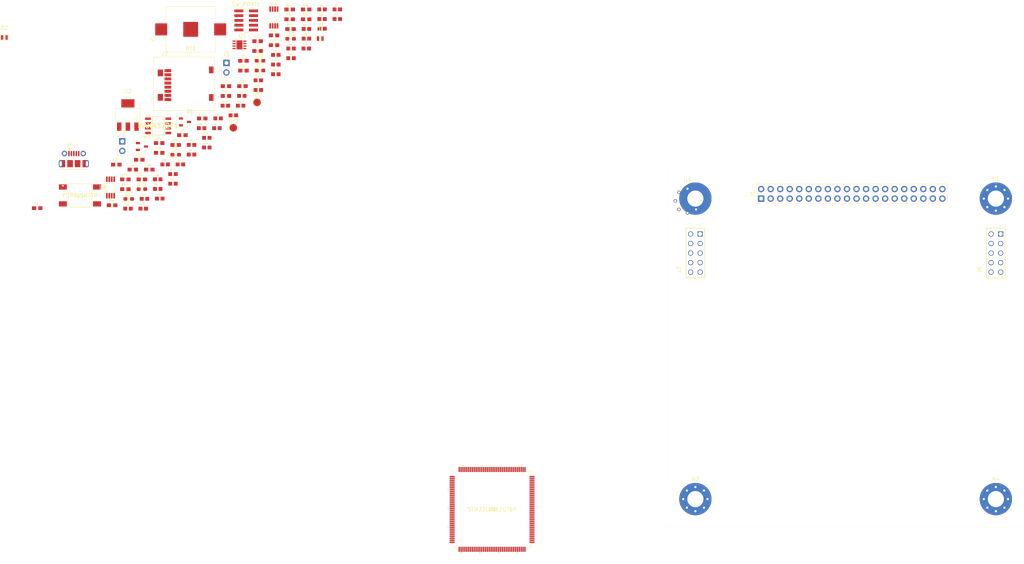
<source format=kicad_pcb>
(kicad_pcb (version 20171130) (host pcbnew "(5.1.4)-1")
  (layers (0 F.Cu signal) (1 In1.Cu power) (2 In2.Cu power) (31 B.Cu signal) (35 F.Paste user) (37 F.SilkS user) (39 F.Mask user) (44 Edge.Cuts user))
  (net 0 "")
  (net 1 GND)
  (net 2 +3.3VA)
  (net 3 "Net-(D2-Pad1)")
  (net 4 I2C1-SDA)
  (net 5 I2C1-SCL)
  (net 6 BOOT0)
  (net 7 BOOT1)
  (net 8 SPI1_MISO)
  (net 9 SPI1_MOSI)
  (net 10 SWDIO)
  (net 11 SWCLK)
  (net 12 SWO)
  (net 13 "Net-(SW_PORT1-Pad7)")
  (net 14 "Net-(SW_PORT1-Pad8)")
  (net 15 NRST)
  (net 16 +5V)
  (net 17 "Net-(C12-Pad1)")
  (net 18 VDDUSB)
  (net 19 VDDIO2)
  (net 20 "Net-(C18-Pad2)")
  (net 21 GNDA)
  (net 22 "Net-(D1-Pad2)")
  (net 23 "Net-(FB1-Pad1)")
  (net 24 5V_Input)
  (net 25 "Net-(FB4-Pad2)")
  (net 26 PM_Input)
  (net 27 "Net-(MAX4372F1-Pad7)")
  (net 28 "Net-(MAX4372F1-Pad5)")
  (net 29 "Net-(MAX4372F1-Pad2)")
  (net 30 "Net-(U3-Pad2)")
  (net 31 "Net-(U3-Pad4)")
  (net 32 "Net-(U3-Pad10)")
  (net 33 "Net-(U3-Pad11)")
  (net 34 "Net-(U3-Pad12)")
  (net 35 "Net-(U3-Pad18)")
  (net 36 "Net-(U3-Pad19)")
  (net 37 "Net-(U3-Pad20)")
  (net 38 "Net-(U3-Pad21)")
  (net 39 "Net-(U3-Pad22)")
  (net 40 "Net-(U3-Pad23)")
  (net 41 "Net-(U3-Pad24)")
  (net 42 "Net-(U3-Pad48)")
  (net 43 "Net-(U3-Pad49)")
  (net 44 "Net-(U3-Pad50)")
  (net 45 "Net-(U3-Pad53)")
  (net 46 "Net-(U3-Pad54)")
  (net 47 "Net-(U3-Pad55)")
  (net 48 "Net-(U3-Pad57)")
  (net 49 "Net-(U3-Pad58)")
  (net 50 "Net-(U3-Pad60)")
  (net 51 "Net-(U3-Pad63)")
  (net 52 "Net-(U3-Pad64)")
  (net 53 "Net-(U3-Pad65)")
  (net 54 "Net-(U3-Pad66)")
  (net 55 "Net-(U3-Pad67)")
  (net 56 "Net-(U3-Pad68)")
  (net 57 "Net-(U3-Pad70)")
  (net 58 "Net-(U3-Pad74)")
  (net 59 "Net-(U3-Pad77)")
  (net 60 "Net-(U3-Pad79)")
  (net 61 "Net-(U3-Pad81)")
  (net 62 "Net-(U3-Pad82)")
  (net 63 "Net-(U3-Pad85)")
  (net 64 "Net-(U3-Pad86)")
  (net 65 "Net-(U3-Pad88)")
  (net 66 "Net-(U3-Pad90)")
  (net 67 "Net-(U3-Pad91)")
  (net 68 "Net-(U3-Pad92)")
  (net 69 "Net-(U3-Pad93)")
  (net 70 "Net-(U3-Pad98)")
  (net 71 "Net-(U3-Pad100)")
  (net 72 "Net-(U3-Pad103)")
  (net 73 "Net-(U3-Pad104)")
  (net 74 "Net-(U3-Pad114)")
  (net 75 "Net-(U3-Pad116)")
  (net 76 "Net-(U3-Pad118)")
  (net 77 "Net-(U3-Pad122)")
  (net 78 "Net-(U3-Pad125)")
  (net 79 "Net-(U3-Pad126)")
  (net 80 "Net-(U3-Pad132)")
  (net 81 "Net-(U3-Pad134)")
  (net 82 "Net-(U3-Pad136)")
  (net 83 "Net-(U3-Pad138)")
  (net 84 "Net-(U3-Pad139)")
  (net 85 "Net-(U3-Pad142)")
  (net 86 "Net-(BT1-Pad1)")
  (net 87 "Net-(J2-Pad8)")
  (net 88 "Net-(J2-Pad7)")
  (net 89 "Net-(J2-Pad1)")
  (net 90 "Net-(C20-Pad1)")
  (net 91 SPI2_CLK)
  (net 92 SPI2_MOSI)
  (net 93 SPI2_NSS)
  (net 94 "Net-(J4-Pad4)")
  (net 95 "Net-(J4-Pad3)")
  (net 96 "Net-(J4-Pad2)")
  (net 97 "Net-(J4-PadS1)")
  (net 98 SPI2_MISO)
  (net 99 "Net-(C1-Pad2)")
  (net 100 "Net-(C23-Pad2)")
  (net 101 "Net-(D3-Pad1)")
  (net 102 "Net-(D4-Pad1)")
  (net 103 "Net-(D5-Pad1)")
  (net 104 "Net-(D6-Pad2)")
  (net 105 "Net-(D6-Pad1)")
  (net 106 "Net-(R10-Pad2)")
  (net 107 ???)
  (net 108 SPI1_SCK)
  (net 109 SP1_NSS)
  (net 110 "Net-(C24-Pad1)")
  (net 111 "Net-(C25-Pad1)")
  (net 112 "Net-(C26-Pad1)")
  (net 113 "Net-(C27-Pad1)")
  (net 114 "Net-(FB9-Pad1)")
  (net 115 ADC123_IN1)
  (net 116 ADC123_IN2)
  (net 117 ADC123_IN3)
  (net 118 ADC123_IN4)
  (net 119 ADC12_IN5)
  (net 120 ADC12_IN6)
  (net 121 ADC12_IN7)
  (net 122 ADC12_IN8)
  (net 123 ADC12_IN9)
  (net 124 ADC12_IN10)
  (net 125 ADC12_IN11)
  (net 126 ADC12_IN12)
  (net 127 ADC12_IN13)
  (net 128 ADC12_IN14)
  (net 129 ADC12_IN15)
  (net 130 ADC12_IN16)
  (net 131 ADC3_IN6)
  (net 132 I2C1_SCL)
  (net 133 I2C1_SDA)
  (net 134 GPIO15)
  (net 135 GPIO1)
  (net 136 GPIO16)
  (net 137 GPIO17)
  (net 138 GPIO2)
  (net 139 GPIO18)
  (net 140 GPIO3)
  (net 141 GPIO4)
  (net 142 GPIO19)
  (net 143 GPIO5)
  (net 144 GPIO20)
  (net 145 GPIO6)
  (net 146 GPIO7)
  (net 147 GPIO21)
  (net 148 GPIO8)
  (net 149 GPIO22)
  (net 150 GPIO23)
  (net 151 GPIO9)
  (net 152 GPIO24)
  (net 153 GPIO10)
  (net 154 GPIO11)
  (net 155 SPI3_MOSI)
  (net 156 GPIO12)
  (net 157 GPIO13)
  (net 158 SPI3_MISO)
  (net 159 GPIO14)
  (net 160 SPI3_NSS)
  (net 161 SPI3_SCK)
  (net 162 "Net-(C28-Pad1)")
  (net 163 "Net-(D7-Pad1)")
  (net 164 ADC3_IN8)
  (net 165 ADC3_IN7)
  (net 166 GPIOEXTI1)
  (module STM32_Breakout:CM9V-T1A (layer F.Cu) (at -126.47168 14.605)
    (fp_text reference O2 (at 0 -2.54) (layer F.SilkS))
    (fp_text value CM9V-T1A)
    (pad 1 smd rect (at -0.6 0) (size 0.6 1.2) (layers F.Cu F.Paste F.Mask) (net 111 "Net-(C25-Pad1)"))
    (pad 2 smd rect (at 0.6 0) (size 0.6 1.2) (layers F.Cu F.Paste F.Mask) (net 110 "Net-(C24-Pad1)"))
  )
  (module MountingHole:MountingHole_4.3mm_M4_Pad_Via (layer F.Cu) (at 137.5 137.5)
    (fp_text reference H4 (at 0 -5.3) (layer F.SilkS))
    (fp_text value MountingHole_Pad)
    (pad 1 thru_hole circle (at 2.280419 -2.280419) (size 0.9 0.9) (drill 0.6) (layers *.Cu *.Mask) (net 1 GND))
    (pad 1 thru_hole circle (at 0 -3.225) (size 0.9 0.9) (drill 0.6) (layers *.Cu *.Mask) (net 1 GND))
    (pad 1 thru_hole circle (at -2.280419 -2.280419) (size 0.9 0.9) (drill 0.6) (layers *.Cu *.Mask) (net 1 GND))
    (pad 1 thru_hole circle (at -3.225 0) (size 0.9 0.9) (drill 0.6) (layers *.Cu *.Mask) (net 1 GND))
    (pad 1 thru_hole circle (at -2.280419 2.280419) (size 0.9 0.9) (drill 0.6) (layers *.Cu *.Mask) (net 1 GND))
    (pad 1 thru_hole circle (at 0 3.225) (size 0.9 0.9) (drill 0.6) (layers *.Cu *.Mask) (net 1 GND))
    (pad 1 thru_hole circle (at 2.280419 2.280419) (size 0.9 0.9) (drill 0.6) (layers *.Cu *.Mask) (net 1 GND))
    (pad 1 thru_hole circle (at 3.225 0) (size 0.9 0.9) (drill 0.6) (layers *.Cu *.Mask) (net 1 GND))
    (pad 1 thru_hole circle (at 0 0) (size 8.6 8.6) (drill 4.3) (layers *.Cu *.Mask) (net 1 GND))
  )
  (module MountingHole:MountingHole_4.3mm_M4_Pad_Via (layer F.Cu) (at 55.39236 58.11732)
    (fp_text reference H3 (at 0 -5.3) (layer F.SilkS))
    (fp_text value MountingHole_Pad)
    (pad 1 thru_hole circle (at 2.280419 -2.280419) (size 0.9 0.9) (drill 0.6) (layers *.Cu *.Mask) (net 1 GND))
    (pad 1 thru_hole circle (at 0 -3.225) (size 0.9 0.9) (drill 0.6) (layers *.Cu *.Mask) (net 1 GND))
    (pad 1 thru_hole circle (at -2.280419 -2.280419) (size 0.9 0.9) (drill 0.6) (layers *.Cu *.Mask) (net 1 GND))
    (pad 1 thru_hole circle (at -3.225 0) (size 0.9 0.9) (drill 0.6) (layers *.Cu *.Mask) (net 1 GND))
    (pad 1 thru_hole circle (at -2.280419 2.280419) (size 0.9 0.9) (drill 0.6) (layers *.Cu *.Mask) (net 1 GND))
    (pad 1 thru_hole circle (at 0 3.225) (size 0.9 0.9) (drill 0.6) (layers *.Cu *.Mask) (net 1 GND))
    (pad 1 thru_hole circle (at 2.280419 2.280419) (size 0.9 0.9) (drill 0.6) (layers *.Cu *.Mask) (net 1 GND))
    (pad 1 thru_hole circle (at 3.225 0) (size 0.9 0.9) (drill 0.6) (layers *.Cu *.Mask) (net 1 GND))
    (pad 1 thru_hole circle (at 2.10764 -0.61732) (size 8.6 8.6) (drill 4.3) (layers *.Cu *.Mask) (net 1 GND))
  )
  (module MountingHole:MountingHole_4.3mm_M4_Pad_Via (layer F.Cu) (at 57.5 137.5)
    (fp_text reference H2 (at 0 -5.3) (layer F.SilkS))
    (fp_text value MountingHole_Pad)
    (pad 1 thru_hole circle (at 2.280419 -2.280419) (size 0.9 0.9) (drill 0.6) (layers *.Cu *.Mask) (net 1 GND))
    (pad 1 thru_hole circle (at 0 -3.225) (size 0.9 0.9) (drill 0.6) (layers *.Cu *.Mask) (net 1 GND))
    (pad 1 thru_hole circle (at -2.280419 -2.280419) (size 0.9 0.9) (drill 0.6) (layers *.Cu *.Mask) (net 1 GND))
    (pad 1 thru_hole circle (at -3.225 0) (size 0.9 0.9) (drill 0.6) (layers *.Cu *.Mask) (net 1 GND))
    (pad 1 thru_hole circle (at -2.280419 2.280419) (size 0.9 0.9) (drill 0.6) (layers *.Cu *.Mask) (net 1 GND))
    (pad 1 thru_hole circle (at 0 3.225) (size 0.9 0.9) (drill 0.6) (layers *.Cu *.Mask) (net 1 GND))
    (pad 1 thru_hole circle (at 2.280419 2.280419) (size 0.9 0.9) (drill 0.6) (layers *.Cu *.Mask) (net 1 GND))
    (pad 1 thru_hole circle (at 3.225 0) (size 0.9 0.9) (drill 0.6) (layers *.Cu *.Mask) (net 1 GND))
    (pad 1 thru_hole circle (at 0 0) (size 8.6 8.6) (drill 4.3) (layers *.Cu *.Mask) (net 1 GND))
  )
  (module MountingHole:MountingHole_4.3mm_M4_Pad_Via (layer F.Cu) (at 137.5 57.5)
    (fp_text reference H1 (at 0 -5.3) (layer F.SilkS))
    (fp_text value MountingHole_Pad)
    (pad 1 thru_hole circle (at 2.280419 -2.280419) (size 0.9 0.9) (drill 0.6) (layers *.Cu *.Mask) (net 1 GND))
    (pad 1 thru_hole circle (at 0 -3.225) (size 0.9 0.9) (drill 0.6) (layers *.Cu *.Mask) (net 1 GND))
    (pad 1 thru_hole circle (at -2.280419 -2.280419) (size 0.9 0.9) (drill 0.6) (layers *.Cu *.Mask) (net 1 GND))
    (pad 1 thru_hole circle (at -3.225 0) (size 0.9 0.9) (drill 0.6) (layers *.Cu *.Mask) (net 1 GND))
    (pad 1 thru_hole circle (at -2.280419 2.280419) (size 0.9 0.9) (drill 0.6) (layers *.Cu *.Mask) (net 1 GND))
    (pad 1 thru_hole circle (at 0 3.225) (size 0.9 0.9) (drill 0.6) (layers *.Cu *.Mask) (net 1 GND))
    (pad 1 thru_hole circle (at 2.280419 2.280419) (size 0.9 0.9) (drill 0.6) (layers *.Cu *.Mask) (net 1 GND))
    (pad 1 thru_hole circle (at 3.225 0) (size 0.9 0.9) (drill 0.6) (layers *.Cu *.Mask) (net 1 GND))
    (pad 1 thru_hole circle (at 0 0) (size 8.6 8.6) (drill 4.3) (layers *.Cu *.Mask) (net 1 GND))
  )
  (module STM32_Breakout:36-3000-ND (layer F.Cu) (at -76.865679 12.445001)
    (fp_text reference BT1 (at 0 5.08) (layer F.SilkS))
    (fp_text value Battery_Cell)
    (pad 3 smd rect (at 7.85 0) (size 3.2 3.2) (layers F.Cu F.Paste F.Mask))
    (pad 2 smd rect (at 0 0) (size 3.96 3.96) (layers F.Cu F.Paste F.Mask) (net 1 GND))
    (pad 1 smd rect (at -7.85 0) (size 3.2 3.2) (layers F.Cu F.Paste F.Mask) (net 86 "Net-(BT1-Pad1)"))
  )
  (module CAPC1608X90 (layer F.Cu) (at -67.467279 30.173401)
    (fp_text reference C1 (at -0.235808 -1.239253) (layer F.SilkS) (effects (font (size 0.474067 0.474067))))
    (fp_text value 4.7u)
    (pad 1 smd rect (at -0.85 0) (size 1.1 1) (layers F.Cu F.Paste F.Mask) (net 1 GND))
    (pad 2 smd rect (at 0.85 0) (size 1.1 1) (layers F.Cu F.Paste F.Mask) (net 99 "Net-(C1-Pad2)"))
  )
  (module CAPC1608X90 (layer F.Cu) (at -89.867279 52.383401)
    (fp_text reference C2 (at -0.235808 -1.239253) (layer F.SilkS) (effects (font (size 0.474067 0.474067))))
    (fp_text value 100n)
    (pad 2 smd rect (at 0.85 0) (size 1.1 1) (layers F.Cu F.Paste F.Mask) (net 99 "Net-(C1-Pad2)"))
    (pad 1 smd rect (at -0.85 0) (size 1.1 1) (layers F.Cu F.Paste F.Mask) (net 1 GND))
  )
  (module CAPC1608X90 (layer F.Cu) (at -117.727279 60.043401)
    (fp_text reference C3 (at -0.235808 -1.239253) (layer F.SilkS) (effects (font (size 0.474067 0.474067))))
    (fp_text value 100n)
    (pad 2 smd rect (at 0.85 0) (size 1.1 1) (layers F.Cu F.Paste F.Mask) (net 99 "Net-(C1-Pad2)"))
    (pad 1 smd rect (at -0.85 0) (size 1.1 1) (layers F.Cu F.Paste F.Mask) (net 1 GND))
  )
  (module CAPC1608X90 (layer F.Cu) (at -92.277279 49.773401)
    (fp_text reference C4 (at -0.235808 -1.239253) (layer F.SilkS) (effects (font (size 0.474067 0.474067))))
    (fp_text value 100n)
    (pad 1 smd rect (at -0.85 0) (size 1.1 1) (layers F.Cu F.Paste F.Mask) (net 1 GND))
    (pad 2 smd rect (at 0.85 0) (size 1.1 1) (layers F.Cu F.Paste F.Mask) (net 99 "Net-(C1-Pad2)"))
  )
  (module CAPC1608X90 (layer F.Cu) (at -59.057279 18.203401)
    (fp_text reference C5 (at -0.235808 -1.239253) (layer F.SilkS) (effects (font (size 0.474067 0.474067))))
    (fp_text value 100n)
    (pad 2 smd rect (at 0.85 0) (size 1.1 1) (layers F.Cu F.Paste F.Mask) (net 99 "Net-(C1-Pad2)"))
    (pad 1 smd rect (at -0.85 0) (size 1.1 1) (layers F.Cu F.Paste F.Mask) (net 1 GND))
  )
  (module CAPC1608X90 (layer F.Cu) (at -50.507279 9.753401)
    (fp_text reference C6 (at -0.235808 -1.239253) (layer F.SilkS) (effects (font (size 0.474067 0.474067))))
    (fp_text value 100n)
    (pad 1 smd rect (at -0.85 0) (size 1.1 1) (layers F.Cu F.Paste F.Mask) (net 1 GND))
    (pad 2 smd rect (at 0.85 0) (size 1.1 1) (layers F.Cu F.Paste F.Mask) (net 99 "Net-(C1-Pad2)"))
  )
  (module CAPC1608X90 (layer F.Cu) (at -67.467279 27.563401)
    (fp_text reference C7 (at -0.235808 -1.239253) (layer F.SilkS) (effects (font (size 0.474067 0.474067))))
    (fp_text value 100n)
    (pad 2 smd rect (at 0.85 0) (size 1.1 1) (layers F.Cu F.Paste F.Mask) (net 99 "Net-(C1-Pad2)"))
    (pad 1 smd rect (at -0.85 0) (size 1.1 1) (layers F.Cu F.Paste F.Mask) (net 1 GND))
  )
  (module CAPC1608X90 (layer F.Cu) (at -62.817279 23.423401)
    (fp_text reference C8 (at -0.235808 -1.239253) (layer F.SilkS) (effects (font (size 0.474067 0.474067))))
    (fp_text value 100n)
    (pad 1 smd rect (at -0.85 0) (size 1.1 1) (layers F.Cu F.Paste F.Mask) (net 1 GND))
    (pad 2 smd rect (at 0.85 0) (size 1.1 1) (layers F.Cu F.Paste F.Mask) (net 99 "Net-(C1-Pad2)"))
  )
  (module CAPC1608X90 (layer F.Cu) (at -62.817279 20.813401)
    (fp_text reference C9 (at -0.235808 -1.239253) (layer F.SilkS) (effects (font (size 0.474067 0.474067))))
    (fp_text value 100n)
    (pad 2 smd rect (at 0.85 0) (size 1.1 1) (layers F.Cu F.Paste F.Mask) (net 99 "Net-(C1-Pad2)"))
    (pad 1 smd rect (at -0.85 0) (size 1.1 1) (layers F.Cu F.Paste F.Mask) (net 1 GND))
  )
  (module CAPC1608X90 (layer F.Cu) (at -87.887279 49.773401)
    (fp_text reference C10 (at -0.235808 -1.239253) (layer F.SilkS) (effects (font (size 0.474067 0.474067))))
    (fp_text value 100n)
    (pad 1 smd rect (at -0.85 0) (size 1.1 1) (layers F.Cu F.Paste F.Mask) (net 1 GND))
    (pad 2 smd rect (at 0.85 0) (size 1.1 1) (layers F.Cu F.Paste F.Mask) (net 99 "Net-(C1-Pad2)"))
  )
  (module STM32_Breakout:CAPC1608X90 (layer F.Cu) (at -50.507279 7.143401)
    (fp_text reference C11 (at -0.235808 -1.239253) (layer F.SilkS) (effects (font (size 0.474067 0.474067))))
    (fp_text value 10uF)
    (pad 2 smd rect (at 0.85 0) (size 1.1 1) (layers F.Cu F.Paste F.Mask) (net 1 GND))
    (pad 1 smd rect (at -0.85 0) (size 1.1 1) (layers F.Cu F.Paste F.Mask) (net 16 +5V))
  )
  (module STM32_Breakout:CAPC1608X90 (layer F.Cu) (at -73.787279 36.163401)
    (fp_text reference C12 (at -0.235808 -1.239253) (layer F.SilkS) (effects (font (size 0.474067 0.474067))))
    (fp_text value 22uF)
    (pad 2 smd rect (at 0.85 0) (size 1.1 1) (layers F.Cu F.Paste F.Mask) (net 1 GND))
    (pad 1 smd rect (at -0.85 0) (size 1.1 1) (layers F.Cu F.Paste F.Mask) (net 17 "Net-(C12-Pad1)"))
  )
  (module CAPC1608X90 (layer F.Cu) (at -79.077279 40.613401)
    (fp_text reference C13 (at -0.235808 -1.239253) (layer F.SilkS) (effects (font (size 0.474067 0.474067))))
    (fp_text value 4.7u)
    (pad 1 smd rect (at -0.85 0) (size 1.1 1) (layers F.Cu F.Paste F.Mask) (net 1 GND))
    (pad 2 smd rect (at 0.85 0) (size 1.1 1) (layers F.Cu F.Paste F.Mask) (net 18 VDDUSB))
  )
  (module CAPC1608X90 (layer F.Cu) (at -54.667279 14.043401)
    (fp_text reference C14 (at -0.235808 -1.239253) (layer F.SilkS) (effects (font (size 0.474067 0.474067))))
    (fp_text value 100n)
    (pad 2 smd rect (at 0.85 0) (size 1.1 1) (layers F.Cu F.Paste F.Mask) (net 18 VDDUSB))
    (pad 1 smd rect (at -0.85 0) (size 1.1 1) (layers F.Cu F.Paste F.Mask) (net 1 GND))
  )
  (module CAPC1608X90 (layer F.Cu) (at -46.117279 7.143401)
    (fp_text reference C15 (at -0.235808 -1.239253) (layer F.SilkS) (effects (font (size 0.474067 0.474067))))
    (fp_text value 4.7u)
    (pad 2 smd rect (at 0.85 0) (size 1.1 1) (layers F.Cu F.Paste F.Mask) (net 19 VDDIO2))
    (pad 1 smd rect (at -0.85 0) (size 1.1 1) (layers F.Cu F.Paste F.Mask) (net 1 GND))
  )
  (module CAPC1608X90 (layer F.Cu) (at -85.257279 45.323401)
    (fp_text reference C16 (at -0.235808 -1.239253) (layer F.SilkS) (effects (font (size 0.474067 0.474067))))
    (fp_text value 100n)
    (pad 1 smd rect (at -0.85 0) (size 1.1 1) (layers F.Cu F.Paste F.Mask) (net 1 GND))
    (pad 2 smd rect (at 0.85 0) (size 1.1 1) (layers F.Cu F.Paste F.Mask) (net 19 VDDIO2))
  )
  (module CAPC1608X90 (layer F.Cu) (at -94.257279 54.993401)
    (fp_text reference C17 (at -0.235808 -1.239253) (layer F.SilkS) (effects (font (size 0.474067 0.474067))))
    (fp_text value 100n)
    (pad 1 smd rect (at -0.85 0) (size 1.1 1) (layers F.Cu F.Paste F.Mask) (net 1 GND))
    (pad 2 smd rect (at 0.85 0) (size 1.1 1) (layers F.Cu F.Paste F.Mask) (net 18 VDDUSB))
  )
  (module CAPC1608X90 (layer F.Cu) (at -97.777279 59.273401)
    (fp_text reference C18 (at -0.235808 -1.239253) (layer F.SilkS) (effects (font (size 0.474067 0.474067))))
    (fp_text value 1u)
    (pad 2 smd rect (at 0.85 0) (size 1.1 1) (layers F.Cu F.Paste F.Mask) (net 20 "Net-(C18-Pad2)"))
    (pad 1 smd rect (at -0.85 0) (size 1.1 1) (layers F.Cu F.Paste F.Mask) (net 21 GNDA))
  )
  (module CAPC1608X90 (layer F.Cu) (at -94.257279 52.383401)
    (fp_text reference C19 (at -0.235808 -1.239253) (layer F.SilkS) (effects (font (size 0.474067 0.474067))))
    (fp_text value 100n)
    (pad 1 smd rect (at -0.85 0) (size 1.1 1) (layers F.Cu F.Paste F.Mask) (net 21 GNDA))
    (pad 2 smd rect (at 0.85 0) (size 1.1 1) (layers F.Cu F.Paste F.Mask) (net 20 "Net-(C18-Pad2)"))
  )
  (module STM32_Breakout:CAPC1608X90 (layer F.Cu) (at -96.667279 48.453401)
    (fp_text reference C20 (at -0.235808 -1.239253) (layer F.SilkS) (effects (font (size 0.474067 0.474067))))
    (fp_text value 10uF)
    (pad 2 smd rect (at 0.85 0) (size 1.1 1) (layers F.Cu F.Paste F.Mask) (net 1 GND))
    (pad 1 smd rect (at -0.85 0) (size 1.1 1) (layers F.Cu F.Paste F.Mask) (net 90 "Net-(C20-Pad1)"))
  )
  (module STM32_Breakout:CAPC1608X90 (layer F.Cu) (at -90.547279 47.163401)
    (fp_text reference C21 (at -0.235808 -1.239253) (layer F.SilkS) (effects (font (size 0.474067 0.474067))))
    (fp_text value 0.1uF)
    (pad 1 smd rect (at -0.85 0) (size 1.1 1) (layers F.Cu F.Paste F.Mask) (net 90 "Net-(C20-Pad1)"))
    (pad 2 smd rect (at 0.85 0) (size 1.1 1) (layers F.Cu F.Paste F.Mask) (net 1 GND))
  )
  (module CAPC1608X90 (layer F.Cu) (at -59.057279 15.593401)
    (fp_text reference C22 (at -0.235808 -1.239253) (layer F.SilkS) (effects (font (size 0.474067 0.474067))))
    (fp_text value 100n)
    (pad 2 smd rect (at 0.85 0) (size 1.1 1) (layers F.Cu F.Paste F.Mask) (net 15 NRST))
    (pad 1 smd rect (at -0.85 0) (size 1.1 1) (layers F.Cu F.Paste F.Mask) (net 1 GND))
  )
  (module CAPC1608X90 (layer F.Cu) (at -54.667279 16.653401)
    (fp_text reference C23 (at -0.235808 -1.239253) (layer F.SilkS) (effects (font (size 0.474067 0.474067))))
    (fp_text value 100n)
    (pad 2 smd rect (at 0.85 0) (size 1.1 1) (layers F.Cu F.Paste F.Mask) (net 100 "Net-(C23-Pad2)"))
    (pad 1 smd rect (at -0.85 0) (size 1.1 1) (layers F.Cu F.Paste F.Mask) (net 1 GND))
  )
  (module STM32_Breakout:CAPC1608X90 (layer F.Cu) (at -85.257279 42.713401)
    (fp_text reference C24 (at -0.235808 -1.239253) (layer F.SilkS) (effects (font (size 0.474067 0.474067))))
    (fp_text value 4.74pF)
    (pad 2 smd rect (at 0.85 0) (size 1.1 1) (layers F.Cu F.Paste F.Mask) (net 1 GND))
    (pad 1 smd rect (at -0.85 0) (size 1.1 1) (layers F.Cu F.Paste F.Mask) (net 110 "Net-(C24-Pad1)"))
  )
  (module STM32_Breakout:CAPC1608X90 (layer F.Cu) (at -63.077279 27.563401)
    (fp_text reference C25 (at -0.235808 -1.239253) (layer F.SilkS) (effects (font (size 0.474067 0.474067))))
    (fp_text value 4.74pF)
    (pad 2 smd rect (at 0.85 0) (size 1.1 1) (layers F.Cu F.Paste F.Mask) (net 1 GND))
    (pad 1 smd rect (at -0.85 0) (size 1.1 1) (layers F.Cu F.Paste F.Mask) (net 111 "Net-(C25-Pad1)"))
  )
  (module STM32_Breakout:CAPC1608X90 (layer F.Cu) (at -80.867279 43.223401)
    (fp_text reference C26 (at -0.235808 -1.239253) (layer F.SilkS) (effects (font (size 0.474067 0.474067))))
    (fp_text value 20pF)
    (pad 1 smd rect (at -0.85 0) (size 1.1 1) (layers F.Cu F.Paste F.Mask) (net 112 "Net-(C26-Pad1)"))
    (pad 2 smd rect (at 0.85 0) (size 1.1 1) (layers F.Cu F.Paste F.Mask) (net 1 GND))
  )
  (module STM32_Breakout:CAPC1608X90 (layer F.Cu) (at -50.277279 12.363401)
    (fp_text reference C27 (at -0.235808 -1.239253) (layer F.SilkS) (effects (font (size 0.474067 0.474067))))
    (fp_text value 20pF)
    (pad 1 smd rect (at -0.85 0) (size 1.1 1) (layers F.Cu F.Paste F.Mask) (net 113 "Net-(C27-Pad1)"))
    (pad 2 smd rect (at 0.85 0) (size 1.1 1) (layers F.Cu F.Paste F.Mask) (net 1 GND))
  )
  (module STM32_Breakout:CAPC1608X90 (layer F.Cu) (at -46.117279 9.753401)
    (fp_text reference C28 (at -0.235808 -1.239253) (layer F.SilkS) (effects (font (size 0.474067 0.474067))))
    (fp_text value 1uF)
    (pad 1 smd rect (at -0.85 0) (size 1.1 1) (layers F.Cu F.Paste F.Mask) (net 162 "Net-(C28-Pad1)"))
    (pad 2 smd rect (at 0.85 0) (size 1.1 1) (layers F.Cu F.Paste F.Mask) (net 1 GND))
  )
  (module STM32_Breakout:SOT91P240X110-3N (layer F.Cu) (at -78.375679 37.080001)
    (fp_text reference D1 (at 1.305 -2.82582) (layer F.SilkS))
    (fp_text value 10V)
    (pad 1 smd roundrect (at -1.07 -0.915) (size 1.09 0.61) (layers F.Cu F.Paste F.Mask) (roundrect_rratio 0.15) (net 16 +5V))
    (pad 2 smd roundrect (at -1.07 0.915) (size 1.09 0.61) (layers F.Cu F.Paste F.Mask) (roundrect_rratio 0.15) (net 22 "Net-(D1-Pad2)"))
    (pad 3 smd roundrect (at 1.07 0) (size 1.09 0.61) (layers F.Cu F.Paste F.Mask) (roundrect_rratio 0.15))
  )
  (module LED_SMD:LED_0603_1608Metric_Pad1.05x0.95mm_HandSolder (layer F.Cu) (at -93.365679 57.590001)
    (fp_text reference D2 (at 0 -1.43) (layer F.SilkS))
    (fp_text value RED)
    (pad 1 smd roundrect (at -0.875 0) (size 1.05 0.95) (layers F.Cu F.Paste F.Mask) (net 3 "Net-(D2-Pad1)"))
    (pad 2 smd roundrect (at 0.875 0) (size 1.05 0.95) (layers F.Cu F.Paste F.Mask) (net 99 "Net-(C1-Pad2)"))
  )
  (module LED_SMD:LED_0603_1608Metric_Pad1.05x0.95mm_HandSolder (layer F.Cu) (at -50.255679 14.960001)
    (fp_text reference D3 (at 0 -1.43) (layer F.SilkS))
    (fp_text value RED)
    (pad 2 smd roundrect (at 0.875 0) (size 1.05 0.95) (layers F.Cu F.Paste F.Mask) (net 16 +5V))
    (pad 1 smd roundrect (at -0.875 0) (size 1.05 0.95) (layers F.Cu F.Paste F.Mask) (net 101 "Net-(D3-Pad1)"))
  )
  (module LED_SMD:LED_0603_1608Metric_Pad1.05x0.95mm_HandSolder (layer F.Cu) (at -80.845679 45.820001)
    (fp_text reference D4 (at 0 -1.43) (layer F.SilkS))
    (fp_text value RED)
    (pad 1 smd roundrect (at -0.875 0) (size 1.05 0.95) (layers F.Cu F.Paste F.Mask) (net 102 "Net-(D4-Pad1)"))
    (pad 2 smd roundrect (at 0.875 0) (size 1.05 0.95) (layers F.Cu F.Paste F.Mask) (net 100 "Net-(C23-Pad2)"))
  )
  (module LED_SMD:LED_0603_1608Metric_Pad1.05x0.95mm_HandSolder (layer F.Cu) (at -89.845679 54.980001)
    (fp_text reference D5 (at 0 -1.43) (layer F.SilkS))
    (fp_text value RED)
    (pad 2 smd roundrect (at 0.875 0) (size 1.05 0.95) (layers F.Cu F.Paste F.Mask) (net 90 "Net-(C20-Pad1)"))
    (pad 1 smd roundrect (at -0.875 0) (size 1.05 0.95) (layers F.Cu F.Paste F.Mask) (net 103 "Net-(D5-Pad1)"))
  )
  (module LED_SMD:LED_0603_1608Metric_Pad1.05x0.95mm_HandSolder (layer F.Cu) (at -58.405679 20.800001)
    (fp_text reference D6 (at 0 -1.43) (layer F.SilkS))
    (fp_text value RED)
    (pad 1 smd roundrect (at -0.875 0) (size 1.05 0.95) (layers F.Cu F.Paste F.Mask) (net 105 "Net-(D6-Pad1)"))
    (pad 2 smd roundrect (at 0.875 0) (size 1.05 0.95) (layers F.Cu F.Paste F.Mask) (net 104 "Net-(D6-Pad2)"))
  )
  (module LED_SMD:LED_0603_1608Metric_Pad1.05x0.95mm_HandSolder (layer F.Cu) (at -58.405679 23.390001)
    (fp_text reference D7 (at 0 -1.43) (layer F.SilkS))
    (fp_text value RED)
    (pad 2 smd roundrect (at 0.875 0) (size 1.05 0.95) (layers F.Cu F.Paste F.Mask) (net 162 "Net-(C28-Pad1)"))
    (pad 1 smd roundrect (at -0.875 0) (size 1.05 0.95) (layers F.Cu F.Paste F.Mask) (net 163 "Net-(D7-Pad1)"))
  )
  (module STM32_Breakout:INDUC1607X60N (layer F.Cu) (at -73.952679 38.751001)
    (fp_text reference FB1 (at -0.26 -1.1) (layer F.SilkS) (effects (font (size 0.393701 0.393701))))
    (fp_text value "100R @ 100 MHz")
    (pad 1 smd rect (at -0.735 0) (size 1.04 1.02) (layers F.Cu F.Paste F.Mask) (net 23 "Net-(FB1-Pad1)"))
    (pad 2 smd rect (at 0.735 0) (size 1.04 1.02) (layers F.Cu F.Paste F.Mask) (net 24 5V_Input))
  )
  (module STM32_Breakout:INDUC1607X60N (layer F.Cu) (at -41.892679 7.121001)
    (fp_text reference FB2 (at -0.26 -1.1) (layer F.SilkS) (effects (font (size 0.393701 0.393701))))
    (fp_text value "100R @ 100 MHz")
    (pad 2 smd rect (at 0.735 0) (size 1.04 1.02) (layers F.Cu F.Paste F.Mask) (net 19 VDDIO2))
    (pad 1 smd rect (at -0.735 0) (size 1.04 1.02) (layers F.Cu F.Paste F.Mask) (net 164 ADC3_IN8))
  )
  (module STM32_Breakout:INDUC1607X60N (layer F.Cu) (at -69.562679 36.141001)
    (fp_text reference FB3 (at -0.26 -1.1) (layer F.SilkS) (effects (font (size 0.393701 0.393701))))
    (fp_text value "100R @ 100 MHz")
    (pad 1 smd rect (at -0.735 0) (size 1.04 1.02) (layers F.Cu F.Paste F.Mask) (net 164 ADC3_IN8))
    (pad 2 smd rect (at 0.735 0) (size 1.04 1.02) (layers F.Cu F.Paste F.Mask) (net 18 VDDUSB))
  )
  (module STM32_Breakout:INDUC1607X60N (layer F.Cu) (at -46.052679 12.341001)
    (fp_text reference FB4 (at -0.26 -1.1) (layer F.SilkS) (effects (font (size 0.393701 0.393701))))
    (fp_text value "100R @ 100 MHz")
    (pad 1 smd rect (at -0.735 0) (size 1.04 1.02) (layers F.Cu F.Paste F.Mask) (net 164 ADC3_IN8))
    (pad 2 smd rect (at 0.735 0) (size 1.04 1.02) (layers F.Cu F.Paste F.Mask) (net 25 "Net-(FB4-Pad2)"))
  )
  (module STM32_Breakout:INDUC1607X60N (layer F.Cu) (at -76.642679 43.201001)
    (fp_text reference FB5 (at -0.26 -1.1) (layer F.SilkS) (effects (font (size 0.393701 0.393701))))
    (fp_text value "100R @ 100 MHz")
    (pad 2 smd rect (at 0.735 0) (size 1.04 1.02) (layers F.Cu F.Paste F.Mask) (net 104 "Net-(D6-Pad2)"))
    (pad 1 smd rect (at -0.735 0) (size 1.04 1.02) (layers F.Cu F.Paste F.Mask) (net 164 ADC3_IN8))
  )
  (module STM32_Breakout:INDUC1607X60N (layer F.Cu) (at -83.662679 48.401001)
    (fp_text reference FB6 (at -0.26 -1.1) (layer F.SilkS) (effects (font (size 0.393701 0.393701))))
    (fp_text value "100R @ 100 MHz")
    (pad 1 smd rect (at -0.735 0) (size 1.04 1.02) (layers F.Cu F.Paste F.Mask) (net 90 "Net-(C20-Pad1)"))
    (pad 2 smd rect (at 0.735 0) (size 1.04 1.02) (layers F.Cu F.Paste F.Mask) (net 164 ADC3_IN8))
  )
  (module STM32_Breakout:INDUC1607X60N (layer F.Cu) (at -63.242679 30.151001)
    (fp_text reference FB7 (at -0.26 -1.1) (layer F.SilkS) (effects (font (size 0.393701 0.393701))))
    (fp_text value "100R @ 100 MHz")
    (pad 2 smd rect (at 0.735 0) (size 1.04 1.02) (layers F.Cu F.Paste F.Mask) (net 164 ADC3_IN8))
    (pad 1 smd rect (at -0.735 0) (size 1.04 1.02) (layers F.Cu F.Paste F.Mask) (net 99 "Net-(C1-Pad2)"))
  )
  (module STM32_Breakout:INDUC1607X60N (layer F.Cu) (at -93.552679 60.171001)
    (fp_text reference FB8 (at -0.26 -1.1) (layer F.SilkS) (effects (font (size 0.393701 0.393701))))
    (fp_text value "100R @ 100 MHz")
    (pad 2 smd rect (at 0.735 0) (size 1.04 1.02) (layers F.Cu F.Paste F.Mask) (net 100 "Net-(C23-Pad2)"))
    (pad 1 smd rect (at -0.735 0) (size 1.04 1.02) (layers F.Cu F.Paste F.Mask) (net 164 ADC3_IN8))
  )
  (module STM32_Breakout:INDUC1607X60N (layer F.Cu) (at -85.642679 52.361001)
    (fp_text reference FB9 (at -0.26 -1.1) (layer F.SilkS) (effects (font (size 0.393701 0.393701))))
    (fp_text value "100R @ 100 MHz")
    (pad 2 smd rect (at 0.735 0) (size 1.04 1.02) (layers F.Cu F.Paste F.Mask) (net 164 ADC3_IN8))
    (pad 1 smd rect (at -0.735 0) (size 1.04 1.02) (layers F.Cu F.Paste F.Mask) (net 114 "Net-(FB9-Pad1)"))
  )
  (module STM32_Breakout:INDUC1607X60N (layer F.Cu) (at -54.202679 24.381001)
    (fp_text reference FB10 (at -0.26 -1.1) (layer F.SilkS) (effects (font (size 0.393701 0.393701))))
    (fp_text value "100R @ 100 MHz")
    (pad 1 smd rect (at -0.735 0) (size 1.04 1.02) (layers F.Cu F.Paste F.Mask) (net 164 ADC3_IN8))
    (pad 2 smd rect (at 0.735 0) (size 1.04 1.02) (layers F.Cu F.Paste F.Mask) (net 162 "Net-(C28-Pad1)"))
  )
  (module Connector_PinHeader_2.54mm:PinHeader_2x20_P2.54mm_Vertical (layer F.Cu) (at 75 57.5 90)
    (fp_text reference J1 (at 1.27 -2.33 90) (layer F.SilkS))
    (fp_text value Conn_02x20_Odd_Even)
    (pad 1 thru_hole rect (at 0 0 90) (size 1.7 1.7) (drill 1) (layers *.Cu *.Mask) (net 164 ADC3_IN8))
    (pad 2 thru_hole oval (at 2.54 0 90) (size 1.7 1.7) (drill 1) (layers *.Cu *.Mask) (net 16 +5V))
    (pad 3 thru_hole oval (at 0 2.54 90) (size 1.7 1.7) (drill 1) (layers *.Cu *.Mask) (net 132 I2C1_SCL))
    (pad 4 thru_hole oval (at 2.54 2.54 90) (size 1.7 1.7) (drill 1) (layers *.Cu *.Mask) (net 1 GND))
    (pad 5 thru_hole oval (at 0 5.08 90) (size 1.7 1.7) (drill 1) (layers *.Cu *.Mask) (net 133 I2C1_SDA))
    (pad 6 thru_hole oval (at 2.54 5.08 90) (size 1.7 1.7) (drill 1) (layers *.Cu *.Mask) (net 134 GPIO15))
    (pad 7 thru_hole oval (at 0 7.62 90) (size 1.7 1.7) (drill 1) (layers *.Cu *.Mask) (net 135 GPIO1))
    (pad 8 thru_hole oval (at 2.54 7.62 90) (size 1.7 1.7) (drill 1) (layers *.Cu *.Mask) (net 136 GPIO16))
    (pad 9 thru_hole oval (at 0 10.16 90) (size 1.7 1.7) (drill 1) (layers *.Cu *.Mask) (net 1 GND))
    (pad 10 thru_hole oval (at 2.54 10.16 90) (size 1.7 1.7) (drill 1) (layers *.Cu *.Mask) (net 137 GPIO17))
    (pad 11 thru_hole oval (at 0 12.7 90) (size 1.7 1.7) (drill 1) (layers *.Cu *.Mask) (net 138 GPIO2))
    (pad 12 thru_hole oval (at 2.54 12.7 90) (size 1.7 1.7) (drill 1) (layers *.Cu *.Mask) (net 139 GPIO18))
    (pad 13 thru_hole oval (at 0 15.24 90) (size 1.7 1.7) (drill 1) (layers *.Cu *.Mask) (net 140 GPIO3))
    (pad 14 thru_hole oval (at 2.54 15.24 90) (size 1.7 1.7) (drill 1) (layers *.Cu *.Mask) (net 1 GND))
    (pad 15 thru_hole oval (at 0 17.78 90) (size 1.7 1.7) (drill 1) (layers *.Cu *.Mask) (net 141 GPIO4))
    (pad 16 thru_hole oval (at 2.54 17.78 90) (size 1.7 1.7) (drill 1) (layers *.Cu *.Mask) (net 142 GPIO19))
    (pad 17 thru_hole oval (at 0 20.32 90) (size 1.7 1.7) (drill 1) (layers *.Cu *.Mask) (net 143 GPIO5))
    (pad 18 thru_hole oval (at 2.54 20.32 90) (size 1.7 1.7) (drill 1) (layers *.Cu *.Mask) (net 144 GPIO20))
    (pad 19 thru_hole oval (at 0 22.86 90) (size 1.7 1.7) (drill 1) (layers *.Cu *.Mask) (net 145 GPIO6))
    (pad 20 thru_hole oval (at 2.54 22.86 90) (size 1.7 1.7) (drill 1) (layers *.Cu *.Mask) (net 1 GND))
    (pad 21 thru_hole oval (at 0 25.4 90) (size 1.7 1.7) (drill 1) (layers *.Cu *.Mask) (net 146 GPIO7))
    (pad 22 thru_hole oval (at 2.54 25.4 90) (size 1.7 1.7) (drill 1) (layers *.Cu *.Mask) (net 147 GPIO21))
    (pad 23 thru_hole oval (at 0 27.94 90) (size 1.7 1.7) (drill 1) (layers *.Cu *.Mask) (net 148 GPIO8))
    (pad 24 thru_hole oval (at 2.54 27.94 90) (size 1.7 1.7) (drill 1) (layers *.Cu *.Mask) (net 149 GPIO22))
    (pad 25 thru_hole oval (at 0 30.48 90) (size 1.7 1.7) (drill 1) (layers *.Cu *.Mask) (net 1 GND))
    (pad 26 thru_hole oval (at 2.54 30.48 90) (size 1.7 1.7) (drill 1) (layers *.Cu *.Mask) (net 150 GPIO23))
    (pad 27 thru_hole oval (at 0 33.02 90) (size 1.7 1.7) (drill 1) (layers *.Cu *.Mask) (net 151 GPIO9))
    (pad 28 thru_hole oval (at 2.54 33.02 90) (size 1.7 1.7) (drill 1) (layers *.Cu *.Mask) (net 152 GPIO24))
    (pad 29 thru_hole oval (at 0 35.56 90) (size 1.7 1.7) (drill 1) (layers *.Cu *.Mask) (net 153 GPIO10))
    (pad 30 thru_hole oval (at 2.54 35.56 90) (size 1.7 1.7) (drill 1) (layers *.Cu *.Mask) (net 1 GND))
    (pad 31 thru_hole oval (at 0 38.1 90) (size 1.7 1.7) (drill 1) (layers *.Cu *.Mask) (net 154 GPIO11))
    (pad 32 thru_hole oval (at 2.54 38.1 90) (size 1.7 1.7) (drill 1) (layers *.Cu *.Mask) (net 155 SPI3_MOSI))
    (pad 33 thru_hole oval (at 0 40.64 90) (size 1.7 1.7) (drill 1) (layers *.Cu *.Mask) (net 156 GPIO12))
    (pad 34 thru_hole oval (at 2.54 40.64 90) (size 1.7 1.7) (drill 1) (layers *.Cu *.Mask) (net 1 GND))
    (pad 35 thru_hole oval (at 0 43.18 90) (size 1.7 1.7) (drill 1) (layers *.Cu *.Mask) (net 157 GPIO13))
    (pad 36 thru_hole oval (at 2.54 43.18 90) (size 1.7 1.7) (drill 1) (layers *.Cu *.Mask) (net 158 SPI3_MISO))
    (pad 37 thru_hole oval (at 0 45.72 90) (size 1.7 1.7) (drill 1) (layers *.Cu *.Mask) (net 159 GPIO14))
    (pad 38 thru_hole oval (at 2.54 45.72 90) (size 1.7 1.7) (drill 1) (layers *.Cu *.Mask) (net 160 SPI3_NSS))
    (pad 39 thru_hole oval (at 0 48.26 90) (size 1.7 1.7) (drill 1) (layers *.Cu *.Mask) (net 1 GND))
    (pad 40 thru_hole oval (at 2.54 48.26 90) (size 1.7 1.7) (drill 1) (layers *.Cu *.Mask) (net 161 SPI3_SCK))
  )
  (module STM32_Breakout:JAE_ST1W008S4ER1500 (layer F.Cu) (at -78.935679 27.280001)
    (fp_text reference J2 (at -4.775 -8.385) (layer F.SilkS))
    (fp_text value ST1W008S4ER1500-MicroSDConnector)
    (pad GND4 smd rect (at -6 -3.25) (size 1.4 1.8) (layers F.Cu F.Paste F.Mask) (net 1 GND))
    (pad GND3 smd rect (at -6 3.25) (size 1.4 1.8) (layers F.Cu F.Paste F.Mask) (net 1 GND))
    (pad GND2 smd rect (at 7.55 -4.05) (size 1.2 1.8) (layers F.Cu F.Paste F.Mask) (net 1 GND))
    (pad GND1 smd rect (at 7.55 3.3) (size 1.2 1.8) (layers F.Cu F.Paste F.Mask) (net 1 GND))
    (pad 8 smd rect (at -4 -3.85) (size 1.8 0.8) (layers F.Cu F.Paste F.Mask) (net 87 "Net-(J2-Pad8)"))
    (pad 7 smd rect (at -4 -2.75) (size 1.8 0.8) (layers F.Cu F.Paste F.Mask) (net 88 "Net-(J2-Pad7)"))
    (pad 6 smd rect (at -4 -1.65) (size 1.8 0.8) (layers F.Cu F.Paste F.Mask) (net 1 GND))
    (pad 5 smd rect (at -4 -0.55) (size 1.8 0.8) (layers F.Cu F.Paste F.Mask) (net 91 SPI2_CLK))
    (pad 4 smd rect (at -4 0.55) (size 1.8 0.8) (layers F.Cu F.Paste F.Mask) (net 90 "Net-(C20-Pad1)"))
    (pad 3 smd rect (at -4 1.65) (size 1.8 0.8) (layers F.Cu F.Paste F.Mask) (net 92 SPI2_MOSI))
    (pad 2 smd rect (at -4 2.75) (size 1.8 0.8) (layers F.Cu F.Paste F.Mask) (net 93 SPI2_NSS))
    (pad 1 smd rect (at -4 3.85) (size 1.8 0.8) (layers F.Cu F.Paste F.Mask) (net 89 "Net-(J2-Pad1)"))
  )
  (module Connector_PinHeader_2.54mm:PinHeader_1x02_P2.54mm_Vertical (layer F.Cu) (at -95.070679 42.270001)
    (fp_text reference J3 (at 0 -2.33) (layer F.SilkS))
    (fp_text value 1050171001)
    (pad 2 thru_hole oval (at 0 2.54) (size 1.7 1.7) (drill 1) (layers *.Cu *.Mask) (net 1 GND))
    (pad 1 thru_hole rect (at 0 0) (size 1.7 1.7) (drill 1) (layers *.Cu *.Mask) (net 26 PM_Input))
  )
  (module STM32_Breakout:MOLEX_105017-1001 (layer F.Cu) (at -107.975679 48.195001)
    (fp_text reference J4 (at -1.07599 -5.15171) (layer F.SilkS) (effects (font (size 1.000913 1.000913))))
    (fp_text value 105017-1001)
    (fp_poly (pts (xy 3.5 -0.95) (xy 2.3 -0.95) (xy 2.3 0.95) (xy 3.5 0.95) (xy 3.525 0.949) (xy 3.55 0.947) (xy 3.574 0.944) (xy 3.599 0.94) (xy 3.623 0.934) (xy 3.647 0.927) (xy 3.67 0.918) (xy 3.693 0.909) (xy 3.716 0.898) (xy 3.738 0.886) (xy 3.759 0.873) (xy 3.779 0.859) (xy 3.799 0.844) (xy 3.818 0.828) (xy 3.836 0.811) (xy 3.853 0.793) (xy 3.869 0.774) (xy 3.884 0.754) (xy 3.898 0.734) (xy 3.911 0.712) (xy 3.923 0.691) (xy 3.934 0.668) (xy 3.943 0.645) (xy 3.952 0.622) (xy 3.959 0.598) (xy 3.965 0.574) (xy 3.969 0.549) (xy 3.972 0.525) (xy 3.974 0.5) (xy 3.975 0.475) (xy 3.975 -0.475) (xy 3.974 -0.5) (xy 3.972 -0.525) (xy 3.969 -0.549) (xy 3.965 -0.574) (xy 3.959 -0.598) (xy 3.952 -0.622) (xy 3.943 -0.645) (xy 3.934 -0.668) (xy 3.923 -0.691) (xy 3.911 -0.712) (xy 3.898 -0.734) (xy 3.884 -0.754) (xy 3.869 -0.774) (xy 3.853 -0.793) (xy 3.836 -0.811) (xy 3.818 -0.828) (xy 3.799 -0.844) (xy 3.779 -0.859) (xy 3.759 -0.873) (xy 3.738 -0.886) (xy 3.716 -0.898) (xy 3.693 -0.909) (xy 3.67 -0.918) (xy 3.647 -0.927) (xy 3.623 -0.934) (xy 3.599 -0.94) (xy 3.574 -0.944) (xy 3.55 -0.947) (xy 3.525 -0.949) (xy 3.5 -0.95)) (layer F.Cu) (width 0.0001))
    (fp_poly (pts (xy -3.5 -0.95) (xy -2.3 -0.95) (xy -2.3 0.95) (xy -3.5 0.95) (xy -3.525 0.949) (xy -3.55 0.947) (xy -3.574 0.944) (xy -3.599 0.94) (xy -3.623 0.934) (xy -3.647 0.927) (xy -3.67 0.918) (xy -3.693 0.909) (xy -3.716 0.898) (xy -3.737 0.886) (xy -3.759 0.873) (xy -3.779 0.859) (xy -3.799 0.844) (xy -3.818 0.828) (xy -3.836 0.811) (xy -3.853 0.793) (xy -3.869 0.774) (xy -3.884 0.754) (xy -3.898 0.734) (xy -3.911 0.712) (xy -3.923 0.691) (xy -3.934 0.668) (xy -3.943 0.645) (xy -3.952 0.622) (xy -3.959 0.598) (xy -3.965 0.574) (xy -3.969 0.549) (xy -3.972 0.525) (xy -3.974 0.5) (xy -3.975 0.475) (xy -3.975 -0.475) (xy -3.974 -0.5) (xy -3.972 -0.525) (xy -3.969 -0.549) (xy -3.965 -0.574) (xy -3.959 -0.598) (xy -3.952 -0.622) (xy -3.943 -0.645) (xy -3.934 -0.668) (xy -3.923 -0.691) (xy -3.911 -0.712) (xy -3.898 -0.734) (xy -3.884 -0.754) (xy -3.869 -0.774) (xy -3.853 -0.793) (xy -3.836 -0.811) (xy -3.818 -0.828) (xy -3.799 -0.844) (xy -3.779 -0.859) (xy -3.759 -0.873) (xy -3.737 -0.886) (xy -3.716 -0.898) (xy -3.693 -0.909) (xy -3.67 -0.918) (xy -3.647 -0.927) (xy -3.623 -0.934) (xy -3.599 -0.94) (xy -3.574 -0.944) (xy -3.55 -0.947) (xy -3.525 -0.949) (xy -3.5 -0.95)) (layer F.Cu) (width 0.0001))
    (pad 5 smd rect (at 1.3 -2.675) (size 0.4 1.35) (layers F.Cu F.Paste F.Mask) (net 1 GND))
    (pad 4 smd rect (at 0.65 -2.675) (size 0.4 1.35) (layers F.Cu F.Paste F.Mask) (net 94 "Net-(J4-Pad4)"))
    (pad 3 smd rect (at 0 -2.675) (size 0.4 1.35) (layers F.Cu F.Paste F.Mask) (net 95 "Net-(J4-Pad3)"))
    (pad 2 smd rect (at -0.65 -2.675) (size 0.4 1.35) (layers F.Cu F.Paste F.Mask) (net 96 "Net-(J4-Pad2)"))
    (pad 1 smd rect (at -1.3 -2.675) (size 0.4 1.35) (layers F.Cu F.Paste F.Mask) (net 24 5V_Input))
    (pad S4 thru_hole circle (at 2.5 -2.7) (size 1.45 1.45) (drill 0.85) (layers *.Cu *.Mask) (net 97 "Net-(J4-PadS1)"))
    (pad S3 thru_hole circle (at -2.5 -2.7) (size 1.45 1.45) (drill 0.85) (layers *.Cu *.Mask) (net 97 "Net-(J4-PadS1)"))
    (pad S6 smd rect (at 1 0) (size 1.5 1.9) (layers F.Cu F.Paste F.Mask) (net 97 "Net-(J4-PadS1)"))
    (pad S5 smd rect (at -1 0) (size 1.5 1.9) (layers F.Cu F.Paste F.Mask) (net 97 "Net-(J4-PadS1)"))
    (pad S2 thru_hole oval (at 3.5 0) (size 0.95 1.9) (drill oval 0.6 1.3) (layers *.Cu) (net 97 "Net-(J4-PadS1)"))
    (pad S1 thru_hole oval (at -3.5 0) (size 0.95 1.9) (drill oval 0.6 1.3) (layers *.Cu) (net 97 "Net-(J4-PadS1)"))
  )
  (module Connector_PinHeader_2.54mm:PinHeader_1x02_P2.54mm_Vertical (layer F.Cu) (at -67.340679 21.380001)
    (fp_text reference J5 (at 0 -2.33) (layer F.SilkS))
    (fp_text value 1050171001)
    (pad 1 thru_hole rect (at 0 0) (size 1.7 1.7) (drill 1) (layers *.Cu *.Mask) (net 24 5V_Input))
    (pad 2 thru_hole oval (at 0 2.54) (size 1.7 1.7) (drill 1) (layers *.Cu *.Mask) (net 1 GND))
  )
  (module STM32_Breakout:SAMTEC_SSQ-105-03-T-D (layer F.Cu) (at 137.5 72 90)
    (fp_text reference J6 (at -4.43 -4.36 90) (layer F.SilkS))
    (fp_text value SSQ-105-03-T-D)
    (pad 10 thru_hole circle (at -5.08 -1.27 90) (size 1.37 1.37) (drill 1.02) (layers *.Cu *.Mask) (net 1 GND))
    (pad 09 thru_hole circle (at -5.08 1.27 90) (size 1.37 1.37) (drill 1.02) (layers *.Cu *.Mask) (net 1 GND))
    (pad 08 thru_hole circle (at -2.54 -1.27 90) (size 1.37 1.37) (drill 1.02) (layers *.Cu *.Mask) (net 122 ADC12_IN8))
    (pad 07 thru_hole circle (at -2.54 1.27 90) (size 1.37 1.37) (drill 1.02) (layers *.Cu *.Mask) (net 121 ADC12_IN7))
    (pad 06 thru_hole circle (at 0 -1.27 90) (size 1.37 1.37) (drill 1.02) (layers *.Cu *.Mask) (net 120 ADC12_IN6))
    (pad 05 thru_hole circle (at 0 1.27 90) (size 1.37 1.37) (drill 1.02) (layers *.Cu *.Mask) (net 119 ADC12_IN5))
    (pad 04 thru_hole circle (at 2.54 -1.27 90) (size 1.37 1.37) (drill 1.02) (layers *.Cu *.Mask) (net 118 ADC123_IN4))
    (pad 03 thru_hole circle (at 2.54 1.27 90) (size 1.37 1.37) (drill 1.02) (layers *.Cu *.Mask) (net 117 ADC123_IN3))
    (pad 02 thru_hole circle (at 5.08 -1.27 90) (size 1.37 1.37) (drill 1.02) (layers *.Cu *.Mask) (net 116 ADC123_IN2))
    (pad 01 thru_hole rect (at 5.08 1.27 90) (size 1.37 1.37) (drill 1.02) (layers *.Cu *.Mask) (net 115 ADC123_IN1))
  )
  (module STM32_Breakout:SAMTEC_SSQ-105-03-T-D (layer F.Cu) (at 57.5 72 90)
    (fp_text reference J7 (at -4.43 -4.36 90) (layer F.SilkS))
    (fp_text value SSQ-105-03-T-D)
    (pad 01 thru_hole rect (at 5.08 1.27 90) (size 1.37 1.37) (drill 1.02) (layers *.Cu *.Mask) (net 123 ADC12_IN9))
    (pad 02 thru_hole circle (at 5.08 -1.27 90) (size 1.37 1.37) (drill 1.02) (layers *.Cu *.Mask) (net 124 ADC12_IN10))
    (pad 03 thru_hole circle (at 2.54 1.27 90) (size 1.37 1.37) (drill 1.02) (layers *.Cu *.Mask) (net 125 ADC12_IN11))
    (pad 04 thru_hole circle (at 2.54 -1.27 90) (size 1.37 1.37) (drill 1.02) (layers *.Cu *.Mask) (net 126 ADC12_IN12))
    (pad 05 thru_hole circle (at 0 1.27 90) (size 1.37 1.37) (drill 1.02) (layers *.Cu *.Mask) (net 127 ADC12_IN13))
    (pad 06 thru_hole circle (at 0 -1.27 90) (size 1.37 1.37) (drill 1.02) (layers *.Cu *.Mask) (net 128 ADC12_IN14))
    (pad 07 thru_hole circle (at -2.54 1.27 90) (size 1.37 1.37) (drill 1.02) (layers *.Cu *.Mask) (net 129 ADC12_IN15))
    (pad 08 thru_hole circle (at -2.54 -1.27 90) (size 1.37 1.37) (drill 1.02) (layers *.Cu *.Mask) (net 130 ADC12_IN16))
    (pad 09 thru_hole circle (at -5.08 1.27 90) (size 1.37 1.37) (drill 1.02) (layers *.Cu *.Mask) (net 1 GND))
    (pad 10 thru_hole circle (at -5.08 -1.27 90) (size 1.37 1.37) (drill 1.02) (layers *.Cu *.Mask) (net 1 GND))
  )
  (module STM32_Breakout:SOIC127P600X175-8N (layer F.Cu) (at -85.525679 38.130001)
    (fp_text reference MAX4372F1 (at 0 0) (layer F.SilkS) (effects (font (size 1.27 1.27) (thickness 0.254))))
    (fp_text value MAX4372FESA+ hide)
    (pad 8 smd rect (at 2.712 -1.905 90) (size 0.65 1.525) (layers F.Cu F.Paste F.Mask) (net 26 PM_Input))
    (pad 7 smd rect (at 2.712 -0.635 90) (size 0.65 1.525) (layers F.Cu F.Paste F.Mask) (net 27 "Net-(MAX4372F1-Pad7)"))
    (pad 6 smd rect (at 2.712 0.635 90) (size 0.65 1.525) (layers F.Cu F.Paste F.Mask) (net 164 ADC3_IN8))
    (pad 5 smd rect (at 2.712 1.905 90) (size 0.65 1.525) (layers F.Cu F.Paste F.Mask) (net 28 "Net-(MAX4372F1-Pad5)"))
    (pad 4 smd rect (at -2.712 1.905 90) (size 0.65 1.525) (layers F.Cu F.Paste F.Mask) (net 131 ADC3_IN6))
    (pad 3 smd rect (at -2.712 0.635 90) (size 0.65 1.525) (layers F.Cu F.Paste F.Mask) (net 1 GND))
    (pad 2 smd rect (at -2.712 -0.635 90) (size 0.65 1.525) (layers F.Cu F.Paste F.Mask) (net 29 "Net-(MAX4372F1-Pad2)"))
    (pad 1 smd rect (at -2.712 -1.905 90) (size 0.65 1.525) (layers F.Cu F.Paste F.Mask) (net 114 "Net-(FB9-Pad1)"))
  )
  (module STM32_Breakout:CM9V-T1A (layer F.Cu) (at -42.365679 14.905001)
    (fp_text reference O1 (at 0 -2.54) (layer F.SilkS))
    (fp_text value CM9V-T1A)
    (pad 2 smd rect (at 0.6 0) (size 0.6 1.2) (layers F.Cu F.Paste F.Mask) (net 112 "Net-(C26-Pad1)"))
    (pad 1 smd rect (at -0.6 0) (size 0.6 1.2) (layers F.Cu F.Paste F.Mask) (net 113 "Net-(C27-Pad1)"))
  )
  (module STM32_Breakout:SOT91P240X110-3N (layer F.Cu) (at -89.845679 43.630001)
    (fp_text reference Q1 (at 1.305 -2.82582) (layer F.SilkS))
    (fp_text value Q_PMOS_DGS)
    (pad 3 smd roundrect (at 1.07 0) (size 1.09 0.61) (layers F.Cu F.Paste F.Mask) (roundrect_rratio 0.15) (net 16 +5V))
    (pad 2 smd roundrect (at -1.07 0.915) (size 1.09 0.61) (layers F.Cu F.Paste F.Mask) (roundrect_rratio 0.15) (net 22 "Net-(D1-Pad2)"))
    (pad 1 smd roundrect (at -1.07 -0.915) (size 1.09 0.61) (layers F.Cu F.Paste F.Mask) (roundrect_rratio 0.15) (net 23 "Net-(FB1-Pad1)"))
  )
  (module RESC1607X60N (layer F.Cu) (at -81.582679 53.541001)
    (fp_text reference R1 (at -0.26 -1.1) (layer F.SilkS) (effects (font (size 0.393701 0.393701))))
    (fp_text value 2k2)
    (pad 1 smd rect (at -0.735 0) (size 1.04 1.02) (layers F.Cu F.Paste F.Mask) (net 3 "Net-(D2-Pad1)"))
    (pad 2 smd rect (at 0.735 0) (size 1.04 1.02) (layers F.Cu F.Paste F.Mask) (net 1 GND))
  )
  (module RESC1607X60N (layer F.Cu) (at -37.832679 7.121001)
    (fp_text reference R2 (at -0.26 -1.1) (layer F.SilkS) (effects (font (size 0.393701 0.393701))))
    (fp_text value 10k)
    (pad 2 smd rect (at 0.735 0) (size 1.04 1.02) (layers F.Cu F.Paste F.Mask) (net 1 GND))
    (pad 1 smd rect (at -0.735 0) (size 1.04 1.02) (layers F.Cu F.Paste F.Mask) (net 132 I2C1_SCL))
  )
  (module RESC1607X60N (layer F.Cu) (at -85.642679 54.931001)
    (fp_text reference R3 (at -0.26 -1.1) (layer F.SilkS) (effects (font (size 0.393701 0.393701))))
    (fp_text value "10k +-1%")
    (pad 1 smd rect (at -0.735 0) (size 1.04 1.02) (layers F.Cu F.Paste F.Mask) (net 7 BOOT1))
    (pad 2 smd rect (at 0.735 0) (size 1.04 1.02) (layers F.Cu F.Paste F.Mask) (net 1 GND))
  )
  (module RESC1607X60N (layer F.Cu) (at -50.142679 17.541001)
    (fp_text reference R4 (at -0.26 -1.1) (layer F.SilkS) (effects (font (size 0.393701 0.393701))))
    (fp_text value "10k +-1%")
    (pad 2 smd rect (at 0.735 0) (size 1.04 1.02) (layers F.Cu F.Paste F.Mask) (net 20 "Net-(C18-Pad2)"))
    (pad 1 smd rect (at -0.735 0) (size 1.04 1.02) (layers F.Cu F.Paste F.Mask) (net 25 "Net-(FB4-Pad2)"))
  )
  (module RESC1607X60N (layer F.Cu) (at -76.642679 45.771001)
    (fp_text reference R5 (at -0.26 -1.1) (layer F.SilkS) (effects (font (size 0.393701 0.393701))))
    (fp_text value "32.5k +-1%")
    (pad 2 smd rect (at 0.735 0) (size 1.04 1.02) (layers F.Cu F.Paste F.Mask) (net 20 "Net-(C18-Pad2)"))
    (pad 1 smd rect (at -0.735 0) (size 1.04 1.02) (layers F.Cu F.Paste F.Mask) (net 21 GNDA))
  )
  (module RESC1607X60N (layer F.Cu) (at -69.892679 38.751001)
    (fp_text reference R6 (at -0.26 -1.1) (layer F.SilkS) (effects (font (size 0.393701 0.393701))))
    (fp_text value 20m)
    (pad 1 smd rect (at -0.735 0) (size 1.04 1.02) (layers F.Cu F.Paste F.Mask) (net 26 PM_Input))
    (pad 2 smd rect (at 0.735 0) (size 1.04 1.02) (layers F.Cu F.Paste F.Mask) (net 164 ADC3_IN8))
  )
  (module STM32_Breakout:RESC1607X60N (layer F.Cu) (at -79.602679 48.401001)
    (fp_text reference R7 (at -0.26 -1.1) (layer F.SilkS) (effects (font (size 0.393701 0.393701))))
    (fp_text value 10k)
    (pad 2 smd rect (at 0.735 0) (size 1.04 1.02) (layers F.Cu F.Paste F.Mask) (net 22 "Net-(D1-Pad2)"))
    (pad 1 smd rect (at -0.735 0) (size 1.04 1.02) (layers F.Cu F.Paste F.Mask) (net 1 GND))
  )
  (module RESC1607X60N (layer F.Cu) (at -46.052679 14.911001)
    (fp_text reference R8 (at -0.26 -1.1) (layer F.SilkS) (effects (font (size 0.393701 0.393701))))
    (fp_text value 10k)
    (pad 1 smd rect (at -0.735 0) (size 1.04 1.02) (layers F.Cu F.Paste F.Mask) (net 133 I2C1_SDA))
    (pad 2 smd rect (at 0.735 0) (size 1.04 1.02) (layers F.Cu F.Paste F.Mask) (net 1 GND))
  )
  (module RESC1607X60N (layer F.Cu) (at -89.162679 57.561001)
    (fp_text reference R9 (at -0.26 -1.1) (layer F.SilkS) (effects (font (size 0.393701 0.393701))))
    (fp_text value "10k +-1%")
    (pad 1 smd rect (at -0.735 0) (size 1.04 1.02) (layers F.Cu F.Paste F.Mask) (net 6 BOOT0))
    (pad 2 smd rect (at 0.735 0) (size 1.04 1.02) (layers F.Cu F.Paste F.Mask) (net 1 GND))
  )
  (module RESC1607X60N (layer F.Cu) (at -41.892679 9.691001)
    (fp_text reference R10 (at -0.26 -1.1) (layer F.SilkS) (effects (font (size 0.393701 0.393701))))
    (fp_text value 10k)
    (pad 2 smd rect (at 0.735 0) (size 1.04 1.02) (layers F.Cu F.Paste F.Mask) (net 106 "Net-(R10-Pad2)"))
    (pad 1 smd rect (at -0.735 0) (size 1.04 1.02) (layers F.Cu F.Paste F.Mask) (net 164 ADC3_IN8))
  )
  (module RESC1607X60N (layer F.Cu) (at -54.202679 21.811001)
    (fp_text reference R11 (at -0.26 -1.1) (layer F.SilkS) (effects (font (size 0.393701 0.393701))))
    (fp_text value 4.7k)
    (pad 2 smd rect (at 0.735 0) (size 1.04 1.02) (layers F.Cu F.Paste F.Mask) (net 93 SPI2_NSS))
    (pad 1 smd rect (at -0.735 0) (size 1.04 1.02) (layers F.Cu F.Paste F.Mask) (net 90 "Net-(C20-Pad1)"))
  )
  (module RESC1607X60N (layer F.Cu) (at -58.852679 26.011001)
    (fp_text reference R12 (at -0.26 -1.1) (layer F.SilkS) (effects (font (size 0.393701 0.393701))))
    (fp_text value 4.7k)
    (pad 2 smd rect (at 0.735 0) (size 1.04 1.02) (layers F.Cu F.Paste F.Mask) (net 164 ADC3_IN8))
    (pad 1 smd rect (at -0.735 0) (size 1.04 1.02) (layers F.Cu F.Paste F.Mask) (net 98 SPI2_MISO))
  )
  (module RESC1607X60N (layer F.Cu) (at -63.572679 32.761001)
    (fp_text reference R13 (at -0.26 -1.1) (layer F.SilkS) (effects (font (size 0.393701 0.393701))))
    (fp_text value 4.7k)
    (pad 2 smd rect (at 0.735 0) (size 1.04 1.02) (layers F.Cu F.Paste F.Mask) (net 92 SPI2_MOSI))
    (pad 1 smd rect (at -0.735 0) (size 1.04 1.02) (layers F.Cu F.Paste F.Mask) (net 90 "Net-(C20-Pad1)"))
  )
  (module RESC1607X60N (layer F.Cu) (at -67.632679 32.761001)
    (fp_text reference R14 (at -0.26 -1.1) (layer F.SilkS) (effects (font (size 0.393701 0.393701))))
    (fp_text value 33)
    (pad 1 smd rect (at -0.735 0) (size 1.04 1.02) (layers F.Cu F.Paste F.Mask) (net 88 "Net-(J2-Pad7)"))
    (pad 2 smd rect (at 0.735 0) (size 1.04 1.02) (layers F.Cu F.Paste F.Mask) (net 98 SPI2_MISO))
  )
  (module RESC1607X60N (layer F.Cu) (at -54.202679 19.241001)
    (fp_text reference R15 (at -0.26 -1.1) (layer F.SilkS) (effects (font (size 0.393701 0.393701))))
    (fp_text value 4.7k)
    (pad 2 smd rect (at 0.735 0) (size 1.04 1.02) (layers F.Cu F.Paste F.Mask) (net 164 ADC3_IN8))
    (pad 1 smd rect (at -0.735 0) (size 1.04 1.02) (layers F.Cu F.Paste F.Mask) (net 87 "Net-(J2-Pad8)"))
  )
  (module RESC1607X60N (layer F.Cu) (at -85.102679 57.501001)
    (fp_text reference R16 (at -0.26 -1.1) (layer F.SilkS) (effects (font (size 0.393701 0.393701))))
    (fp_text value 4.7k)
    (pad 1 smd rect (at -0.735 0) (size 1.04 1.02) (layers F.Cu F.Paste F.Mask) (net 90 "Net-(C20-Pad1)"))
    (pad 2 smd rect (at 0.735 0) (size 1.04 1.02) (layers F.Cu F.Paste F.Mask) (net 89 "Net-(J2-Pad1)"))
  )
  (module RESC1607X60N (layer F.Cu) (at -37.832679 9.691001)
    (fp_text reference R17 (at -0.26 -1.1) (layer F.SilkS) (effects (font (size 0.393701 0.393701))))
    (fp_text value 0R)
    (pad 2 smd rect (at 0.735 0) (size 1.04 1.02) (layers F.Cu F.Paste F.Mask) (net 1 GND))
    (pad 1 smd rect (at -0.735 0) (size 1.04 1.02) (layers F.Cu F.Paste F.Mask) (net 97 "Net-(J4-PadS1)"))
  )
  (module RESC1607X60N (layer F.Cu) (at -46.082679 17.541001)
    (fp_text reference R18 (at -0.26 -1.1) (layer F.SilkS) (effects (font (size 0.393701 0.393701))))
    (fp_text value 2k2)
    (pad 2 smd rect (at 0.735 0) (size 1.04 1.02) (layers F.Cu F.Paste F.Mask) (net 1 GND))
    (pad 1 smd rect (at -0.735 0) (size 1.04 1.02) (layers F.Cu F.Paste F.Mask) (net 101 "Net-(D3-Pad1)"))
  )
  (module RESC1607X60N (layer F.Cu) (at -72.582679 43.891001)
    (fp_text reference R19 (at -0.26 -1.1) (layer F.SilkS) (effects (font (size 0.393701 0.393701))))
    (fp_text value 2k2)
    (pad 1 smd rect (at -0.735 0) (size 1.04 1.02) (layers F.Cu F.Paste F.Mask) (net 102 "Net-(D4-Pad1)"))
    (pad 2 smd rect (at 0.735 0) (size 1.04 1.02) (layers F.Cu F.Paste F.Mask) (net 1 GND))
  )
  (module RESC1607X60N (layer F.Cu) (at -89.492679 60.171001)
    (fp_text reference R20 (at -0.26 -1.1) (layer F.SilkS) (effects (font (size 0.393701 0.393701))))
    (fp_text value 2k2)
    (pad 1 smd rect (at -0.735 0) (size 1.04 1.02) (layers F.Cu F.Paste F.Mask) (net 103 "Net-(D5-Pad1)"))
    (pad 2 smd rect (at 0.735 0) (size 1.04 1.02) (layers F.Cu F.Paste F.Mask) (net 1 GND))
  )
  (module RESC1607X60N (layer F.Cu) (at -81.582679 50.971001)
    (fp_text reference R21 (at -0.26 -1.1) (layer F.SilkS) (effects (font (size 0.393701 0.393701))))
    (fp_text value 10k)
    (pad 1 smd rect (at -0.735 0) (size 1.04 1.02) (layers F.Cu F.Paste F.Mask) (net 107 ???))
    (pad 2 smd rect (at 0.735 0) (size 1.04 1.02) (layers F.Cu F.Paste F.Mask) (net 164 ADC3_IN8))
  )
  (module RESC1607X60N (layer F.Cu) (at -72.582679 41.321001)
    (fp_text reference R22 (at -0.26 -1.1) (layer F.SilkS) (effects (font (size 0.393701 0.393701))))
    (fp_text value 10k)
    (pad 1 smd rect (at -0.735 0) (size 1.04 1.02) (layers F.Cu F.Paste F.Mask) (net 107 ???))
    (pad 2 smd rect (at 0.735 0) (size 1.04 1.02) (layers F.Cu F.Paste F.Mask) (net 164 ADC3_IN8))
  )
  (module RESC1607X60N (layer F.Cu) (at -58.852679 28.581001)
    (fp_text reference R23 (at -0.26 -1.1) (layer F.SilkS) (effects (font (size 0.393701 0.393701))))
    (fp_text value 2k2)
    (pad 1 smd rect (at -0.735 0) (size 1.04 1.02) (layers F.Cu F.Paste F.Mask) (net 105 "Net-(D6-Pad1)"))
    (pad 2 smd rect (at 0.735 0) (size 1.04 1.02) (layers F.Cu F.Paste F.Mask) (net 1 GND))
  )
  (module RESC1607X60N (layer F.Cu) (at -65.502679 35.331001)
    (fp_text reference R24 (at -0.26 -1.1) (layer F.SilkS) (effects (font (size 0.393701 0.393701))))
    (fp_text value 2k2)
    (pad 2 smd rect (at 0.735 0) (size 1.04 1.02) (layers F.Cu F.Paste F.Mask) (net 1 GND))
    (pad 1 smd rect (at -0.735 0) (size 1.04 1.02) (layers F.Cu F.Paste F.Mask) (net 163 "Net-(D7-Pad1)"))
  )
  (module RESC1607X60N (layer F.Cu) (at -41.892679 12.261001)
    (fp_text reference R25 (at -0.26 -1.1) (layer F.SilkS) (effects (font (size 0.393701 0.393701))))
    (fp_text value 20k)
    (pad 2 smd rect (at 0.735 0) (size 1.04 1.02) (layers F.Cu F.Paste F.Mask) (net 16 +5V))
    (pad 1 smd rect (at -0.735 0) (size 1.04 1.02) (layers F.Cu F.Paste F.Mask) (net 165 ADC3_IN7))
  )
  (module STM32_Breakout:RESC1607X60N (layer F.Cu) (at -50.142679 20.111001)
    (fp_text reference R26 (at -0.26 -1.1) (layer F.SilkS) (effects (font (size 0.393701 0.393701))))
    (fp_text value 10k)
    (pad 1 smd rect (at -0.735 0) (size 1.04 1.02) (layers F.Cu F.Paste F.Mask) (net 165 ADC3_IN7))
    (pad 2 smd rect (at 0.735 0) (size 1.04 1.02) (layers F.Cu F.Paste F.Mask) (net 1 GND))
  )
  (module Connector_PinHeader_1.27mm:PinHeader_2x05_P1.27mm_Vertical_SMD (layer F.Cu) (at -62.090679 10.060001)
    (fp_text reference SW_PORT1 (at 0 -4.235) (layer F.SilkS))
    (fp_text value Conn_02x05_Odd_Even)
    (pad 1 smd rect (at -1.95 -2.54) (size 2.4 0.74) (layers F.Cu F.Paste F.Mask) (net 164 ADC3_IN8))
    (pad 2 smd rect (at 1.95 -2.54) (size 2.4 0.74) (layers F.Cu F.Paste F.Mask) (net 10 SWDIO))
    (pad 3 smd rect (at -1.95 -1.27) (size 2.4 0.74) (layers F.Cu F.Paste F.Mask) (net 1 GND))
    (pad 4 smd rect (at 1.95 -1.27) (size 2.4 0.74) (layers F.Cu F.Paste F.Mask) (net 11 SWCLK))
    (pad 5 smd rect (at -1.95 0) (size 2.4 0.74) (layers F.Cu F.Paste F.Mask) (net 1 GND))
    (pad 6 smd rect (at 1.95 0) (size 2.4 0.74) (layers F.Cu F.Paste F.Mask) (net 12 SWO))
    (pad 7 smd rect (at -1.95 1.27) (size 2.4 0.74) (layers F.Cu F.Paste F.Mask) (net 13 "Net-(SW_PORT1-Pad7)"))
    (pad 8 smd rect (at 1.95 1.27) (size 2.4 0.74) (layers F.Cu F.Paste F.Mask) (net 14 "Net-(SW_PORT1-Pad8)"))
    (pad 9 smd rect (at -1.95 2.54) (size 2.4 0.74) (layers F.Cu F.Paste F.Mask) (net 1 GND))
    (pad 10 smd rect (at 1.95 2.54) (size 2.4 0.74) (layers F.Cu F.Paste F.Mask) (net 15 NRST))
  )
  (module TestPoint:TestPoint_Pad_D2.0mm (layer F.Cu) (at -65.510679 38.640001)
    (fp_text reference TP1 (at 0 -1.998) (layer F.SilkS))
    (fp_text value TestPoint)
    (pad 1 smd circle (at 0 0) (size 2 2) (layers F.Cu F.Mask) (net 16 +5V))
  )
  (module TestPoint:TestPoint_Pad_D2.0mm (layer F.Cu) (at -59.190679 31.890001)
    (fp_text reference TP2 (at 0 -1.998) (layer F.SilkS))
    (fp_text value TestPoint)
    (pad 1 smd circle (at 0 0) (size 2 2) (layers F.Cu F.Mask) (net 164 ADC3_IN8))
  )
  (module STM32_Breakout:SON65P300X300X95-8N (layer F.Cu) (at -63.880679 16.560001)
    (fp_text reference U1 (at 0.838185 -2.377655) (layer F.SilkS) (effects (font (size 1.028402 1.028402))))
    (fp_text value MR25H10MDF)
    (pad 9 smd rect (at 0 0) (size 1.59 2.4) (layers F.Cu F.Mask))
    (pad 8 smd roundrect (at 1.425 -0.975) (size 0.86 0.32) (layers F.Cu F.Paste F.Mask) (roundrect_rratio 0.04) (net 100 "Net-(C23-Pad2)"))
    (pad 7 smd roundrect (at 1.425 -0.325) (size 0.86 0.32) (layers F.Cu F.Paste F.Mask) (roundrect_rratio 0.04) (net 107 ???))
    (pad 6 smd roundrect (at 1.425 0.325) (size 0.86 0.32) (layers F.Cu F.Paste F.Mask) (roundrect_rratio 0.04) (net 108 SPI1_SCK))
    (pad 5 smd roundrect (at 1.425 0.975) (size 0.86 0.32) (layers F.Cu F.Paste F.Mask) (roundrect_rratio 0.04) (net 9 SPI1_MOSI))
    (pad 4 smd roundrect (at -1.425 0.975) (size 0.86 0.32) (layers F.Cu F.Paste F.Mask) (roundrect_rratio 0.04) (net 1 GND))
    (pad 3 smd roundrect (at -1.425 0.325) (size 0.86 0.32) (layers F.Cu F.Paste F.Mask) (roundrect_rratio 0.04) (net 107 ???))
    (pad 2 smd roundrect (at -1.425 -0.325) (size 0.86 0.32) (layers F.Cu F.Paste F.Mask) (roundrect_rratio 0.04) (net 8 SPI1_MISO))
    (pad 1 smd roundrect (at -1.425 -0.975) (size 0.86 0.32) (layers F.Cu F.Paste F.Mask) (roundrect_rratio 0.04) (net 109 SP1_NSS))
  )
  (module STM32_Breakout:BU33SA5WGWZ-E2 (layer F.Cu) (at -93.585679 35.245)
    (fp_text reference U2 (at 0 -6.35) (layer F.SilkS))
    (fp_text value BU33SA5WGWZ-E2-qsat-symb)
    (pad 1 smd rect (at 2.3 3.1) (size 1.2 2.2) (layers F.Cu F.Paste F.Mask) (net 1 GND))
    (pad 2 smd rect (at 0 3.1) (size 1.2 2.2) (layers F.Cu F.Paste F.Mask) (net 17 "Net-(C12-Pad1)"))
    (pad 3 smd rect (at -2.3 3.1) (size 1.2 2.2) (layers F.Cu F.Paste F.Mask) (net 16 +5V))
    (pad 4 smd rect (at 0 -3.1) (size 3.5 2.2) (layers F.Cu F.Paste F.Mask) (net 26 PM_Input))
  )
  (module LQFP144-20x20mm (layer F.Cu) (at 3.3782 140.24864 180)
    (fp_text reference U3 (at 0 0) (layer F.SilkS))
    (fp_text value STM32L4A6ZGT6P (at 0 0) (layer F.SilkS))
    (fp_text user * (at 0 0) (layer F.SilkS))
    (pad 1 smd rect (at -10.625 -8.75 180) (size 1.3462 0.3556) (layers F.Cu F.Paste F.Mask) (net 139 GPIO18))
    (pad 2 smd rect (at -10.625 -8.250001 180) (size 1.3462 0.3556) (layers F.Cu F.Paste F.Mask) (net 30 "Net-(U3-Pad2)"))
    (pad 3 smd rect (at -10.625 -7.75 180) (size 1.3462 0.3556) (layers F.Cu F.Paste F.Mask) (net 142 GPIO19))
    (pad 4 smd rect (at -10.625 -7.250001 180) (size 1.3462 0.3556) (layers F.Cu F.Paste F.Mask) (net 31 "Net-(U3-Pad4)"))
    (pad 5 smd rect (at -10.625 -6.749999 180) (size 1.3462 0.3556) (layers F.Cu F.Paste F.Mask) (net 144 GPIO20))
    (pad 6 smd rect (at -10.625 -6.25 180) (size 1.3462 0.3556) (layers F.Cu F.Paste F.Mask) (net 164 ADC3_IN8))
    (pad 7 smd rect (at -10.625 -5.750001 180) (size 1.3462 0.3556) (layers F.Cu F.Paste F.Mask) (net 153 GPIO10))
    (pad 8 smd rect (at -10.625 -5.25 180) (size 1.3462 0.3556) (layers F.Cu F.Paste F.Mask) (net 110 "Net-(C24-Pad1)"))
    (pad 9 smd rect (at -10.625 -4.750001 180) (size 1.3462 0.3556) (layers F.Cu F.Paste F.Mask) (net 111 "Net-(C25-Pad1)"))
    (pad 10 smd rect (at -10.625 -4.249999 180) (size 1.3462 0.3556) (layers F.Cu F.Paste F.Mask) (net 32 "Net-(U3-Pad10)"))
    (pad 11 smd rect (at -10.625 -3.75 180) (size 1.3462 0.3556) (layers F.Cu F.Paste F.Mask) (net 33 "Net-(U3-Pad11)"))
    (pad 12 smd rect (at -10.625 -3.250001 180) (size 1.3462 0.3556) (layers F.Cu F.Paste F.Mask) (net 34 "Net-(U3-Pad12)"))
    (pad 13 smd rect (at -10.625 -2.75 180) (size 1.3462 0.3556) (layers F.Cu F.Paste F.Mask) (net 131 ADC3_IN6))
    (pad 14 smd rect (at -10.625 -2.250001 180) (size 1.3462 0.3556) (layers F.Cu F.Paste F.Mask) (net 165 ADC3_IN7))
    (pad 15 smd rect (at -10.625 -1.749999 180) (size 1.3462 0.3556) (layers F.Cu F.Paste F.Mask) (net 164 ADC3_IN8))
    (pad 16 smd rect (at -10.625 -1.25 180) (size 1.3462 0.3556) (layers F.Cu F.Paste F.Mask) (net 1 GND))
    (pad 17 smd rect (at -10.625 -0.750001 180) (size 1.3462 0.3556) (layers F.Cu F.Paste F.Mask) (net 164 ADC3_IN8))
    (pad 18 smd rect (at -10.625 -0.25 180) (size 1.3462 0.3556) (layers F.Cu F.Paste F.Mask) (net 35 "Net-(U3-Pad18)"))
    (pad 19 smd rect (at -10.625 0.25 180) (size 1.3462 0.3556) (layers F.Cu F.Paste F.Mask) (net 36 "Net-(U3-Pad19)"))
    (pad 20 smd rect (at -10.625 0.749998 180) (size 1.3462 0.3556) (layers F.Cu F.Paste F.Mask) (net 37 "Net-(U3-Pad20)"))
    (pad 21 smd rect (at -10.625 1.25 180) (size 1.3462 0.3556) (layers F.Cu F.Paste F.Mask) (net 38 "Net-(U3-Pad21)"))
    (pad 22 smd rect (at -10.625 1.749999 180) (size 1.3462 0.3556) (layers F.Cu F.Paste F.Mask) (net 39 "Net-(U3-Pad22)"))
    (pad 23 smd rect (at -10.625 2.250001 180) (size 1.3462 0.3556) (layers F.Cu F.Paste F.Mask) (net 40 "Net-(U3-Pad23)"))
    (pad 24 smd rect (at -10.625 2.75 180) (size 1.3462 0.3556) (layers F.Cu F.Paste F.Mask) (net 41 "Net-(U3-Pad24)"))
    (pad 25 smd rect (at -10.625 3.249999 180) (size 1.3462 0.3556) (layers F.Cu F.Paste F.Mask) (net 15 NRST))
    (pad 26 smd rect (at -10.625 3.75 180) (size 1.3462 0.3556) (layers F.Cu F.Paste F.Mask) (net 115 ADC123_IN1))
    (pad 27 smd rect (at -10.625 4.249999 180) (size 1.3462 0.3556) (layers F.Cu F.Paste F.Mask) (net 116 ADC123_IN2))
    (pad 28 smd rect (at -10.625 4.750001 180) (size 1.3462 0.3556) (layers F.Cu F.Paste F.Mask) (net 117 ADC123_IN3))
    (pad 29 smd rect (at -10.625 5.25 180) (size 1.3462 0.3556) (layers F.Cu F.Paste F.Mask) (net 118 ADC123_IN4))
    (pad 30 smd rect (at -10.625 5.749999 180) (size 1.3462 0.3556) (layers F.Cu F.Paste F.Mask) (net 21 GNDA))
    (pad 31 smd rect (at -10.625 6.25 180) (size 1.3462 0.3556) (layers F.Cu F.Paste F.Mask) (net 21 GNDA))
    (pad 32 smd rect (at -10.625 6.749999 180) (size 1.3462 0.3556) (layers F.Cu F.Paste F.Mask) (net 20 "Net-(C18-Pad2)"))
    (pad 33 smd rect (at -10.625 7.250001 180) (size 1.3462 0.3556) (layers F.Cu F.Paste F.Mask) (net 2 +3.3VA))
    (pad 34 smd rect (at -10.625 7.75 180) (size 1.3462 0.3556) (layers F.Cu F.Paste F.Mask) (net 119 ADC12_IN5))
    (pad 35 smd rect (at -10.625 8.249999 180) (size 1.3462 0.3556) (layers F.Cu F.Paste F.Mask) (net 120 ADC12_IN6))
    (pad 36 smd rect (at -10.625 8.75 180) (size 1.3462 0.3556) (layers F.Cu F.Paste F.Mask) (net 121 ADC12_IN7))
    (pad 37 smd rect (at -8.75 10.625 270) (size 1.3462 0.3556) (layers F.Cu F.Paste F.Mask) (net 122 ADC12_IN8))
    (pad 38 smd rect (at -8.250001 10.625 270) (size 1.3462 0.3556) (layers F.Cu F.Paste F.Mask) (net 1 GND))
    (pad 39 smd rect (at -7.75 10.625 270) (size 1.3462 0.3556) (layers F.Cu F.Paste F.Mask) (net 164 ADC3_IN8))
    (pad 40 smd rect (at -7.250001 10.625 270) (size 1.3462 0.3556) (layers F.Cu F.Paste F.Mask) (net 123 ADC12_IN9))
    (pad 41 smd rect (at -6.749999 10.625 270) (size 1.3462 0.3556) (layers F.Cu F.Paste F.Mask) (net 124 ADC12_IN10))
    (pad 42 smd rect (at -6.25 10.625 270) (size 1.3462 0.3556) (layers F.Cu F.Paste F.Mask) (net 125 ADC12_IN11))
    (pad 43 smd rect (at -5.750001 10.625 270) (size 1.3462 0.3556) (layers F.Cu F.Paste F.Mask) (net 126 ADC12_IN12))
    (pad 44 smd rect (at -5.25 10.625 270) (size 1.3462 0.3556) (layers F.Cu F.Paste F.Mask) (net 127 ADC12_IN13))
    (pad 45 smd rect (at -4.750001 10.625 270) (size 1.3462 0.3556) (layers F.Cu F.Paste F.Mask) (net 128 ADC12_IN14))
    (pad 46 smd rect (at -4.249999 10.625 270) (size 1.3462 0.3556) (layers F.Cu F.Paste F.Mask) (net 166 GPIOEXTI1))
    (pad 47 smd rect (at -3.75 10.625 270) (size 1.3462 0.3556) (layers F.Cu F.Paste F.Mask) (net 141 GPIO4))
    (pad 48 smd rect (at -3.250001 10.625 270) (size 1.3462 0.3556) (layers F.Cu F.Paste F.Mask) (net 42 "Net-(U3-Pad48)"))
    (pad 49 smd rect (at -2.75 10.625 270) (size 1.3462 0.3556) (layers F.Cu F.Paste F.Mask) (net 43 "Net-(U3-Pad49)"))
    (pad 50 smd rect (at -2.250001 10.625 270) (size 1.3462 0.3556) (layers F.Cu F.Paste F.Mask) (net 44 "Net-(U3-Pad50)"))
    (pad 51 smd rect (at -1.749999 10.625 270) (size 1.3462 0.3556) (layers F.Cu F.Paste F.Mask) (net 1 GND))
    (pad 52 smd rect (at -1.25 10.625 270) (size 1.3462 0.3556) (layers F.Cu F.Paste F.Mask) (net 164 ADC3_IN8))
    (pad 53 smd rect (at -0.750001 10.625 270) (size 1.3462 0.3556) (layers F.Cu F.Paste F.Mask) (net 45 "Net-(U3-Pad53)"))
    (pad 54 smd rect (at -0.25 10.625 270) (size 1.3462 0.3556) (layers F.Cu F.Paste F.Mask) (net 46 "Net-(U3-Pad54)"))
    (pad 55 smd rect (at 0.25 10.625 270) (size 1.3462 0.3556) (layers F.Cu F.Paste F.Mask) (net 47 "Net-(U3-Pad55)"))
    (pad 56 smd rect (at 0.750001 10.625 270) (size 1.3462 0.3556) (layers F.Cu F.Paste F.Mask) (net 149 GPIO22))
    (pad 57 smd rect (at 1.25 10.625 270) (size 1.3462 0.3556) (layers F.Cu F.Paste F.Mask) (net 48 "Net-(U3-Pad57)"))
    (pad 58 smd rect (at 1.749999 10.625 270) (size 1.3462 0.3556) (layers F.Cu F.Paste F.Mask) (net 49 "Net-(U3-Pad58)"))
    (pad 59 smd rect (at 2.250001 10.625 270) (size 1.3462 0.3556) (layers F.Cu F.Paste F.Mask) (net 147 GPIO21))
    (pad 60 smd rect (at 2.75 10.625 270) (size 1.3462 0.3556) (layers F.Cu F.Paste F.Mask) (net 50 "Net-(U3-Pad60)"))
    (pad 61 smd rect (at 3.250001 10.625 270) (size 1.3462 0.3556) (layers F.Cu F.Paste F.Mask) (net 1 GND))
    (pad 62 smd rect (at 3.75 10.625 270) (size 1.3462 0.3556) (layers F.Cu F.Paste F.Mask) (net 164 ADC3_IN8))
    (pad 63 smd rect (at 4.249999 10.625 270) (size 1.3462 0.3556) (layers F.Cu F.Paste F.Mask) (net 51 "Net-(U3-Pad63)"))
    (pad 64 smd rect (at 4.750001 10.625 270) (size 1.3462 0.3556) (layers F.Cu F.Paste F.Mask) (net 52 "Net-(U3-Pad64)"))
    (pad 65 smd rect (at 5.25 10.625 270) (size 1.3462 0.3556) (layers F.Cu F.Paste F.Mask) (net 53 "Net-(U3-Pad65)"))
    (pad 66 smd rect (at 5.750001 10.625 270) (size 1.3462 0.3556) (layers F.Cu F.Paste F.Mask) (net 54 "Net-(U3-Pad66)"))
    (pad 67 smd rect (at 6.25 10.625 270) (size 1.3462 0.3556) (layers F.Cu F.Paste F.Mask) (net 55 "Net-(U3-Pad67)"))
    (pad 68 smd rect (at 6.749999 10.625 270) (size 1.3462 0.3556) (layers F.Cu F.Paste F.Mask) (net 56 "Net-(U3-Pad68)"))
    (pad 69 smd rect (at 7.250001 10.625 270) (size 1.3462 0.3556) (layers F.Cu F.Paste F.Mask) (net 91 SPI2_CLK))
    (pad 70 smd rect (at 7.75 10.625 270) (size 1.3462 0.3556) (layers F.Cu F.Paste F.Mask) (net 57 "Net-(U3-Pad70)"))
    (pad 71 smd rect (at 8.250001 10.625 270) (size 1.3462 0.3556) (layers F.Cu F.Paste F.Mask) (net 1 GND))
    (pad 72 smd rect (at 8.75 10.625 270) (size 1.3462 0.3556) (layers F.Cu F.Paste F.Mask) (net 164 ADC3_IN8))
    (pad 73 smd rect (at 10.625 8.75 180) (size 1.3462 0.3556) (layers F.Cu F.Paste F.Mask) (net 146 GPIO7))
    (pad 74 smd rect (at 10.625 8.250001 180) (size 1.3462 0.3556) (layers F.Cu F.Paste F.Mask) (net 58 "Net-(U3-Pad74)"))
    (pad 75 smd rect (at 10.625 7.75 180) (size 1.3462 0.3556) (layers F.Cu F.Paste F.Mask) (net 98 SPI2_MISO))
    (pad 76 smd rect (at 10.625 7.250001 180) (size 1.3462 0.3556) (layers F.Cu F.Paste F.Mask) (net 92 SPI2_MOSI))
    (pad 77 smd rect (at 10.625 6.749999 180) (size 1.3462 0.3556) (layers F.Cu F.Paste F.Mask) (net 59 "Net-(U3-Pad77)"))
    (pad 78 smd rect (at 10.625 6.25 180) (size 1.3462 0.3556) (layers F.Cu F.Paste F.Mask) (net 134 GPIO15))
    (pad 79 smd rect (at 10.625 5.750001 180) (size 1.3462 0.3556) (layers F.Cu F.Paste F.Mask) (net 60 "Net-(U3-Pad79)"))
    (pad 80 smd rect (at 10.625 5.25 180) (size 1.3462 0.3556) (layers F.Cu F.Paste F.Mask) (net 136 GPIO16))
    (pad 81 smd rect (at 10.625 4.750001 180) (size 1.3462 0.3556) (layers F.Cu F.Paste F.Mask) (net 61 "Net-(U3-Pad81)"))
    (pad 82 smd rect (at 10.625 4.249999 180) (size 1.3462 0.3556) (layers F.Cu F.Paste F.Mask) (net 62 "Net-(U3-Pad82)"))
    (pad 83 smd rect (at 10.625 3.75 180) (size 1.3462 0.3556) (layers F.Cu F.Paste F.Mask) (net 1 GND))
    (pad 84 smd rect (at 10.625 3.250001 180) (size 1.3462 0.3556) (layers F.Cu F.Paste F.Mask) (net 164 ADC3_IN8))
    (pad 85 smd rect (at 10.625 2.75 180) (size 1.3462 0.3556) (layers F.Cu F.Paste F.Mask) (net 63 "Net-(U3-Pad85)"))
    (pad 86 smd rect (at 10.625 2.250001 180) (size 1.3462 0.3556) (layers F.Cu F.Paste F.Mask) (net 64 "Net-(U3-Pad86)"))
    (pad 87 smd rect (at 10.625 1.749999 180) (size 1.3462 0.3556) (layers F.Cu F.Paste F.Mask) (net 150 GPIO23))
    (pad 88 smd rect (at 10.625 1.25 180) (size 1.3462 0.3556) (layers F.Cu F.Paste F.Mask) (net 65 "Net-(U3-Pad88)"))
    (pad 89 smd rect (at 10.625 0.750001 180) (size 1.3462 0.3556) (layers F.Cu F.Paste F.Mask) (net 152 GPIO24))
    (pad 90 smd rect (at 10.625 0.25 180) (size 1.3462 0.3556) (layers F.Cu F.Paste F.Mask) (net 66 "Net-(U3-Pad90)"))
    (pad 91 smd rect (at 10.625 -0.25 180) (size 1.3462 0.3556) (layers F.Cu F.Paste F.Mask) (net 67 "Net-(U3-Pad91)"))
    (pad 92 smd rect (at 10.625 -0.750001 180) (size 1.3462 0.3556) (layers F.Cu F.Paste F.Mask) (net 68 "Net-(U3-Pad92)"))
    (pad 93 smd rect (at 10.625 -1.25 180) (size 1.3462 0.3556) (layers F.Cu F.Paste F.Mask) (net 69 "Net-(U3-Pad93)"))
    (pad 94 smd rect (at 10.625 -1.749999 180) (size 1.3462 0.3556) (layers F.Cu F.Paste F.Mask) (net 1 GND))
    (pad 95 smd rect (at 10.625 -2.250001 180) (size 1.3462 0.3556) (layers F.Cu F.Paste F.Mask) (net 19 VDDIO2))
    (pad 96 smd rect (at 10.625 -2.75 180) (size 1.3462 0.3556) (layers F.Cu F.Paste F.Mask) (net 129 ADC12_IN15))
    (pad 97 smd rect (at 10.625 -3.250001 180) (size 1.3462 0.3556) (layers F.Cu F.Paste F.Mask) (net 130 ADC12_IN16))
    (pad 98 smd rect (at 10.625 -3.75 180) (size 1.3462 0.3556) (layers F.Cu F.Paste F.Mask) (net 70 "Net-(U3-Pad98)"))
    (pad 99 smd rect (at 10.625 -4.249999 180) (size 1.3462 0.3556) (layers F.Cu F.Paste F.Mask) (net 148 GPIO8))
    (pad 100 smd rect (at 10.625 -4.750001 180) (size 1.3462 0.3556) (layers F.Cu F.Paste F.Mask) (net 71 "Net-(U3-Pad100)"))
    (pad 101 smd rect (at 10.625 -5.25 180) (size 1.3462 0.3556) (layers F.Cu F.Paste F.Mask) (net 135 GPIO1))
    (pad 102 smd rect (at 10.625 -5.750001 180) (size 1.3462 0.3556) (layers F.Cu F.Paste F.Mask) (net 138 GPIO2))
    (pad 103 smd rect (at 10.625 -6.25 180) (size 1.3462 0.3556) (layers F.Cu F.Paste F.Mask) (net 72 "Net-(U3-Pad103)"))
    (pad 104 smd rect (at 10.625 -6.749999 180) (size 1.3462 0.3556) (layers F.Cu F.Paste F.Mask) (net 73 "Net-(U3-Pad104)"))
    (pad 105 smd rect (at 10.625 -7.250001 180) (size 1.3462 0.3556) (layers F.Cu F.Paste F.Mask) (net 10 SWDIO))
    (pad 106 smd rect (at 10.625 -7.75 180) (size 1.3462 0.3556) (layers F.Cu F.Paste F.Mask) (net 18 VDDUSB))
    (pad 107 smd rect (at 10.625 -8.250001 180) (size 1.3462 0.3556) (layers F.Cu F.Paste F.Mask) (net 1 GND))
    (pad 108 smd rect (at 10.625 -8.75 180) (size 1.3462 0.3556) (layers F.Cu F.Paste F.Mask) (net 164 ADC3_IN8))
    (pad 109 smd rect (at 8.75 -10.625 270) (size 1.3462 0.3556) (layers F.Cu F.Paste F.Mask) (net 11 SWCLK))
    (pad 110 smd rect (at 8.250001 -10.625 270) (size 1.3462 0.3556) (layers F.Cu F.Paste F.Mask) (net 140 GPIO3))
    (pad 111 smd rect (at 7.75 -10.625 270) (size 1.3462 0.3556) (layers F.Cu F.Paste F.Mask) (net 151 GPIO9))
    (pad 112 smd rect (at 7.250001 -10.625 270) (size 1.3462 0.3556) (layers F.Cu F.Paste F.Mask) (net 158 SPI3_MISO))
    (pad 113 smd rect (at 6.749999 -10.625 270) (size 1.3462 0.3556) (layers F.Cu F.Paste F.Mask) (net 155 SPI3_MOSI))
    (pad 114 smd rect (at 6.25 -10.625 270) (size 1.3462 0.3556) (layers F.Cu F.Paste F.Mask) (net 74 "Net-(U3-Pad114)"))
    (pad 115 smd rect (at 5.750001 -10.625 270) (size 1.3462 0.3556) (layers F.Cu F.Paste F.Mask) (net 154 GPIO11))
    (pad 116 smd rect (at 5.25 -10.625 270) (size 1.3462 0.3556) (layers F.Cu F.Paste F.Mask) (net 75 "Net-(U3-Pad116)"))
    (pad 117 smd rect (at 4.750001 -10.625 270) (size 1.3462 0.3556) (layers F.Cu F.Paste F.Mask) (net 156 GPIO12))
    (pad 118 smd rect (at 4.249999 -10.625 270) (size 1.3462 0.3556) (layers F.Cu F.Paste F.Mask) (net 76 "Net-(U3-Pad118)"))
    (pad 119 smd rect (at 3.75 -10.625 270) (size 1.3462 0.3556) (layers F.Cu F.Paste F.Mask) (net 157 GPIO13))
    (pad 120 smd rect (at 3.250001 -10.625 270) (size 1.3462 0.3556) (layers F.Cu F.Paste F.Mask) (net 1 GND))
    (pad 121 smd rect (at 2.75 -10.625 270) (size 1.3462 0.3556) (layers F.Cu F.Paste F.Mask) (net 164 ADC3_IN8))
    (pad 122 smd rect (at 2.250001 -10.625 270) (size 1.3462 0.3556) (layers F.Cu F.Paste F.Mask) (net 77 "Net-(U3-Pad122)"))
    (pad 123 smd rect (at 1.749999 -10.625 270) (size 1.3462 0.3556) (layers F.Cu F.Paste F.Mask) (net 159 GPIO14))
    (pad 124 smd rect (at 1.25 -10.625 270) (size 1.3462 0.3556) (layers F.Cu F.Paste F.Mask) (net 161 SPI3_SCK))
    (pad 125 smd rect (at 0.750001 -10.625 270) (size 1.3462 0.3556) (layers F.Cu F.Paste F.Mask) (net 78 "Net-(U3-Pad125)"))
    (pad 126 smd rect (at 0.25 -10.625 270) (size 1.3462 0.3556) (layers F.Cu F.Paste F.Mask) (net 79 "Net-(U3-Pad126)"))
    (pad 127 smd rect (at -0.25 -10.625 270) (size 1.3462 0.3556) (layers F.Cu F.Paste F.Mask) (net 160 SPI3_NSS))
    (pad 128 smd rect (at -0.750001 -10.625 270) (size 1.3462 0.3556) (layers F.Cu F.Paste F.Mask) (net 4 I2C1-SDA))
    (pad 129 smd rect (at -1.25 -10.625 270) (size 1.3462 0.3556) (layers F.Cu F.Paste F.Mask) (net 5 I2C1-SCL))
    (pad 130 smd rect (at -1.749999 -10.625 270) (size 1.3462 0.3556) (layers F.Cu F.Paste F.Mask) (net 1 GND))
    (pad 131 smd rect (at -2.250001 -10.625 270) (size 1.3462 0.3556) (layers F.Cu F.Paste F.Mask) (net 19 VDDIO2))
    (pad 132 smd rect (at -2.75 -10.625 270) (size 1.3462 0.3556) (layers F.Cu F.Paste F.Mask) (net 80 "Net-(U3-Pad132)"))
    (pad 133 smd rect (at -3.250001 -10.625 270) (size 1.3462 0.3556) (layers F.Cu F.Paste F.Mask) (net 12 SWO))
    (pad 134 smd rect (at -3.75 -10.625 270) (size 1.3462 0.3556) (layers F.Cu F.Paste F.Mask) (net 81 "Net-(U3-Pad134)"))
    (pad 135 smd rect (at -4.249999 -10.625 270) (size 1.3462 0.3556) (layers F.Cu F.Paste F.Mask) (net 143 GPIO5))
    (pad 136 smd rect (at -4.750001 -10.625 270) (size 1.3462 0.3556) (layers F.Cu F.Paste F.Mask) (net 82 "Net-(U3-Pad136)"))
    (pad 137 smd rect (at -5.25 -10.625 270) (size 1.3462 0.3556) (layers F.Cu F.Paste F.Mask) (net 145 GPIO6))
    (pad 138 smd rect (at -5.750001 -10.625 270) (size 1.3462 0.3556) (layers F.Cu F.Paste F.Mask) (net 83 "Net-(U3-Pad138)"))
    (pad 139 smd rect (at -6.25 -10.625 270) (size 1.3462 0.3556) (layers F.Cu F.Paste F.Mask) (net 84 "Net-(U3-Pad139)"))
    (pad 140 smd rect (at -6.749999 -10.625 270) (size 1.3462 0.3556) (layers F.Cu F.Paste F.Mask) (net 93 SPI2_NSS))
    (pad 141 smd rect (at -7.250001 -10.625 270) (size 1.3462 0.3556) (layers F.Cu F.Paste F.Mask) (net 137 GPIO17))
    (pad 142 smd rect (at -7.75 -10.625 270) (size 1.3462 0.3556) (layers F.Cu F.Paste F.Mask) (net 85 "Net-(U3-Pad142)"))
    (pad 143 smd rect (at -8.250001 -10.625 270) (size 1.3462 0.3556) (layers F.Cu F.Paste F.Mask) (net 1 GND))
    (pad 144 smd rect (at -8.75 -10.625 270) (size 1.3462 0.3556) (layers F.Cu F.Paste F.Mask) (net 164 ADC3_IN8))
  )
  (module STM32_Breakout:MCP7940NT-I-MS (layer F.Cu) (at -54.725679 9.285)
    (fp_text reference U4 (at 0 -3.81) (layer F.SilkS))
    (fp_text value MCP7940NT-I_MS)
    (pad 1 smd rect (at -0.975 2.225) (size 0.45 1.45) (layers F.Cu F.Paste F.Mask) (net 112 "Net-(C26-Pad1)"))
    (pad 8 smd rect (at -0.975 -2.225) (size 0.45 1.45) (layers F.Cu F.Paste F.Mask) (net 104 "Net-(D6-Pad2)"))
    (pad 7 smd rect (at -0.325 -2.225) (size 0.45 1.45) (layers F.Cu F.Paste F.Mask) (net 106 "Net-(R10-Pad2)"))
    (pad 6 smd rect (at 0.325 -2.225) (size 0.45 1.45) (layers F.Cu F.Paste F.Mask) (net 132 I2C1_SCL))
    (pad 5 smd rect (at 0.975 -2.225) (size 0.45 1.45) (layers F.Cu F.Paste F.Mask) (net 133 I2C1_SDA))
    (pad 4 smd rect (at 0.975 2.225) (size 0.45 1.45) (layers F.Cu F.Paste F.Mask) (net 1 GND))
    (pad 3 smd rect (at 0.325 2.225) (size 0.45 1.45) (layers F.Cu F.Paste F.Mask) (net 86 "Net-(BT1-Pad1)"))
    (pad 2 smd rect (at -0.325 2.225) (size 0.45 1.45) (layers F.Cu F.Paste F.Mask) (net 113 "Net-(C27-Pad1)"))
  )
  (module STM32_Breakout:FSM6JSMATR (layer F.Cu) (at -110.892579 54.408201)
    (fp_text reference U5 (at 4.5466 2.2479) (layer F.SilkS))
    (fp_text value FSM6JSMATR (at 4.5466 2.2479) (layer F.SilkS))
    (fp_text user * (at 0 0) (layer F.SilkS))
    (pad 4 smd rect (at 9.0932 0) (size 2.1082 1.397) (layers F.Cu F.Paste F.Mask) (net 15 NRST))
    (pad 3 smd rect (at 9.0932 4.4958) (size 2.1082 1.397) (layers F.Cu F.Paste F.Mask) (net 1 GND))
    (pad 2 smd rect (at 0 4.4958) (size 2.1082 1.397) (layers F.Cu F.Paste F.Mask) (net 1 GND))
    (pad 1 smd rect (at 0 0) (size 2.1082 1.397) (layers F.Cu F.Paste F.Mask) (net 15 NRST))
  )
  (module STM32_Breakout:MCP9808 (layer F.Cu) (at -98.215679 54.565)
    (fp_text reference U6 (at -2 0) (layer F.SilkS))
    (fp_text value MCP9808)
    (fp_text user * (at -1.5 2.5) (layer F.SilkS) (effects (font (size 0.5 0.5) (thickness 0.1))))
    (pad 8 smd rect (at 0.975 -2.225) (size 0.45 1.45) (layers F.Cu F.Paste F.Mask) (net 1 GND))
    (pad 7 smd rect (at 0.325 -2.225) (size 0.45 1.45) (layers F.Cu F.Paste F.Mask) (net 1 GND))
    (pad 6 smd rect (at -0.325 -2.225) (size 0.45 1.45) (layers F.Cu F.Paste F.Mask) (net 1 GND))
    (pad 5 smd rect (at -0.975 -2.225) (size 0.45 1.45) (layers F.Cu F.Paste F.Mask) (net 162 "Net-(C28-Pad1)"))
    (pad 4 smd rect (at 0.975 2.175) (size 0.45 1.45) (layers F.Cu F.Paste F.Mask) (net 1 GND))
    (pad 3 smd rect (at 0.325 2.175) (size 0.45 1.45) (layers F.Cu F.Paste F.Mask) (net 166 GPIOEXTI1))
    (pad 2 smd rect (at -0.325 2.175) (size 0.45 1.45) (layers F.Cu F.Paste F.Mask) (net 132 I2C1_SCL))
    (pad 1 smd rect (at -0.975 2.175) (size 0.45 1.45) (layers F.Cu F.Paste F.Mask) (net 133 I2C1_SDA))
  )
  (gr_line (start 50 50) (end 50 145) (layer Edge.Cuts) (width 0.01))
  (gr_line (start 50 50) (end 145 50) (layer Edge.Cuts) (width 0.01))
  (gr_line (start 145 145) (end 145 50) (layer Edge.Cuts) (width 0.01))
  (gr_line (start 50 145) (end 145 145) (layer Edge.Cuts) (width 0.01))
)
</source>
